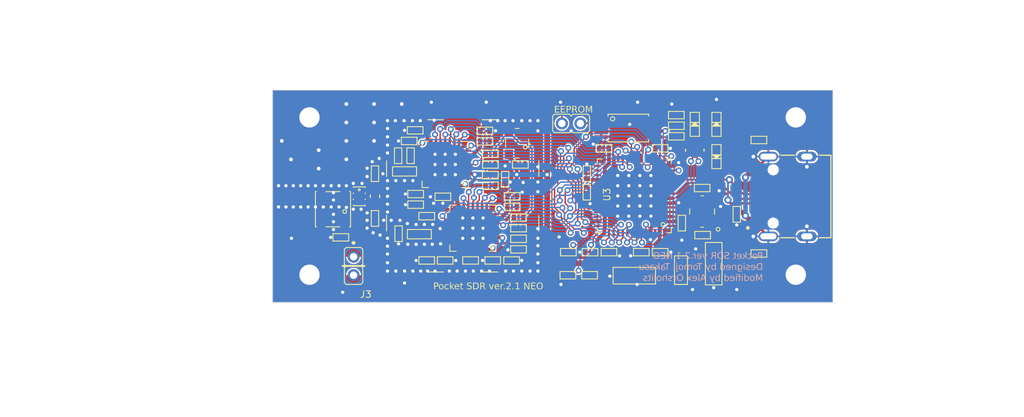
<source format=kicad_pcb>
(kicad_pcb (version 20221018) (generator pcbnew)
  (layers (0 "F.Cu" signal) (31 "B.Cu" signal) (34 "B.Paste" user) (35 "F.Paste" user) (36 "B.SilkS" user "B.Silkscreen") (37 "F.SilkS" user "F.Silkscreen") (38 "B.Mask" user) (39 "F.Mask" user) (44 "Edge.Cuts" user))
  (net 0 "")
  (net 1 "Net-(AR1-P1)")
  (net 2 "Net-(AR1-P3)")
  (net 3 "GND")
  (net 4 "+3.3V")
  (net 5 "/LED1")
  (net 6 "Net-(AR1-P5)")
  (net 7 "/LED2")
  (net 10 "Net-(BIAS_T1-DC)")
  (net 11 "Net-(BIAS_T1-RF&DC)")
  (net 12 "Net-(BIAS_T1-RF)")
  (net 13 "Net-(R13-P$2)")
  (net 14 "Net-(L1-P$1)")
  (net 15 "Net-(R13-P$1)")
  (net 16 "Net-(L3-P$1)")
  (net 17 "Net-(U1-LNAOUT_HI)")
  (net 18 "Net-(U1-MIXIN_HI)")
  (net 19 "Net-(R1-P$1)")
  (net 20 "Net-(R1-P$2)")
  (net 21 "/PLL_CLK")
  (net 22 "Net-(U1-XTAL)")
  (net 23 "Net-(U2-LNAOUT_LO)")
  (net 24 "Net-(U2-MIXIN_LO)")
  (net 25 "Net-(R3-P$1)")
  (net 26 "Net-(R3-P$2)")
  (net 27 "Net-(U2-XTAL)")
  (net 28 "Net-(U3-XTALOUT)")
  (net 29 "Net-(U3-XTALIN)")
  (net 30 "/RESET")
  (net 31 "/+5V")
  (net 32 "Net-(J1-P2)")
  (net 33 "Net-(L1-P$2)")
  (net 34 "Net-(L3-P$2)")
  (net 35 "Net-(R2-P$1)")
  (net 36 "Net-(R4-P$1)")
  (net 37 "Net-(R5-P$1)")
  (net 38 "Net-(R6-P$1)")
  (net 39 "Net-(R7-P$1)")
  (net 40 "Net-(R8-P$1)")
  (net 41 "Net-(R10-P$1)")
  (net 42 "/DCLK")
  (net 43 "/SDATA")
  (net 44 "/SCLK")
  (net 45 "/CSN_A")
  (net 46 "/Q1_A")
  (net 47 "/Q0_A")
  (net 48 "/I0_A")
  (net 49 "/I1_A")
  (net 52 "/LOCK_A")
  (net 56 "/CSN_B")
  (net 57 "/Q1_B")
  (net 58 "/Q0_B")
  (net 59 "/I0_B")
  (net 60 "/I1_B")
  (net 63 "/LOCK_B")
  (net 76 "Net-(J2-CC1)")
  (net 77 "Net-(J2-DP1)")
  (net 78 "Net-(J2-DN1)")
  (net 80 "Net-(J2-CC2)")
  (footprint "pocket_sdr_v2.1:C1005" (layer "F.Cu") (at 137.7074 111.9536 180)
    (fp_text reference "C33" hide)
    (fp_text value "100pF" hide)
  )
  (footprint "pocket_sdr_v2.1:C1005" (layer "F.Cu") (at 173.7063 111.2)
    (fp_text reference "R11" hide)
    (fp_text value "5.1K" hide)
  )
  (footprint "pocket_sdr_v2.1:LED_1608" (layer "F.Cu") (at 169.1074 97.2036 90)
    (fp_text reference "LED2" hide)
    (fp_text value "LED1608 BLUE" hide)
  )
  (footprint "pocket_sdr_v2.1:C1005" (layer "F.Cu") (at 146.9574 105.0036)
    (fp_text reference "C36" hide)
    (fp_text value "100pF" hide)
  )
  (footprint "pocket_sdr_v2.1:C1005" (layer "F.Cu") (at 142.4574 111.9536)
    (fp_text reference "C9" hide)
    (fp_text value "470pF" hide)
  )
  (footprint "pocket_sdr_v2.1:C1005" (layer "F.Cu") (at 144.0074 99.0536)
    (fp_text reference "C17" hide)
    (fp_text value "0.1uF" hide)
  )
  (footprint "pocket_sdr_v2.1:C1608" (layer "F.Cu") (at 136.9074 109.1036)
    (fp_text reference "L3" hide)
    (fp_text value "8.4nH" hide)
  )
  (footprint "pocket_sdr_v2.1:C1005" (layer "F.Cu") (at 136.5074 105.9036 180)
    (fp_text reference "C32" hide)
    (fp_text value "100pF" hide)
  )
  (footprint "pocket_sdr_v2.1:C1005" (layer "F.Cu") (at 173.7063 98.9)
    (fp_text reference "R12" hide)
    (fp_text value "5.1K" hide)
  )
  (footprint "pocket_sdr_v2.1:TSSOP_8P" (layer "F.Cu") (at 159.5574 97.6036 -90)
    (fp_text reference "U4" hide)
    (fp_text value "AT24C128C 8-TSSOP" hide)
  )
  (footprint "pocket_sdr_v2.1:RF_DIV" (layer "F.Cu") (at 130.4 105 90)
    (fp_text reference "RF_DIVIDER1" hide)
    (fp_text value "PD0922J5050S2HF" hide)
  )
  (footprint "pocket_sdr_v2.1:BMI-S-202" (layer "F.Cu") (at 141.6063 104.955)
    (fp_text reference "RF-SHEILD-CASE1" hide)
    (fp_text value "BMI-S-202-F BMI-S-202-C" hide)
  )
  (footprint "pocket_sdr_v2.1:CPAD_2.2MM" (layer "F.Cu") (at 125.0011 113.5)
    (fp_text reference "U$54" hide)
    (fp_text value "CPAD_2.2MM" hide)
  )
  (footprint "pocket_sdr_v2.1:C1005" (layer "F.Cu") (at 144.6074 102.7036 180)
    (fp_text reference "R1" hide)
    (fp_text value "15K" hide)
  )
  (footprint "pocket_sdr_v2.1:C1005" (layer "F.Cu") (at 147.6574 110.7536 180)
    (fp_text reference "C10" hide)
    (fp_text value "750pF" hide)
  )
  (footprint "pocket_sdr_v2.1:C1005" (layer "F.Cu") (at 146.2074 103.1536 -90)
    (fp_text reference "C6" hide)
    (fp_text value "750pF" hide)
  )
  (footprint "pocket_sdr_v2.1:C1608" (layer "F.Cu") (at 135.3074 102.3036)
    (fp_text reference "L1" hide)
    (fp_text value "5.6nH" hide)
  )
  (footprint "pocket_sdr_v2.1:C1005" (layer "F.Cu") (at 137.7074 107.1536 180)
    (fp_text reference "R4" hide)
    (fp_text value "10K" hide)
  )
  (footprint "pocket_sdr_v2.1:C1005" (layer "F.Cu") (at 157.4574 111.0536)
    (fp_text reference "C27" hide)
    (fp_text value "0.1uF" hide)
  )
  (footprint "pocket_sdr_v2.1:C1005" (layer "F.Cu") (at 155.0574 102.5536 90)
    (fp_text reference "C29" hide)
    (fp_text value "100pF" hide)
  )
  (footprint "pocket_sdr_v2.1:PINH-2MM-2P" (layer "F.Cu") (at 129.78 112.55 180)
    (fp_text reference "J3")
    (fp_text value "PIN HEADER 2MM 2P" hide)
  )
  (footprint "pocket_sdr_v2.1:C1005" (layer "F.Cu") (at 134.6074 100.6036 -90)
    (fp_text reference "C2" hide)
    (fp_text value "1.7pF" hide)
  )
  (footprint "pocket_sdr_v2.1:LED_1608" (layer "F.Cu") (at 166.7574 97.2036 90)
    (fp_text reference "LED3" hide)
    (fp_text value "LED1608 BLUE" hide)
  )
  (footprint "pocket_sdr_v2.1:LED_1608" (layer "F.Cu") (at 169.1074 100.7036 -90)
    (fp_text reference "LED1" hide)
    (fp_text value "LED1608 GREEN" hide)
  )
  (footprint "pocket_sdr_v2.1:C3225" (layer "F.Cu") (at 160.2074 113.6036 -90)
    (fp_text reference "C24" hide)
    (fp_text value "10uF" hide)
  )
  (footprint "pocket_sdr_v2.1:C1005" (layer "F.Cu") (at 160.9574 111.0536 180)
    (fp_text reference "C37" hide)
    (fp_text value "0.1uF" hide)
  )
  (footprint "pocket_sdr_v2.1:C1005" (layer "F.Cu") (at 144.8574 111.9536 180)
    (fp_text reference "C35" hide)
    (fp_text value "0.1uF" hide)
  )
  (footprint "pocket_sdr_v2.1:C1005" (layer "F.Cu") (at 146.9074 111.9536)
    (fp_text reference "C18" hide)
    (fp_text value "100pF" hide)
  )
  (footprint "pocket_sdr_v2.1:C1005" (layer "F.Cu") (at 147.6574 108.4536)
    (fp_text reference "C11" hide)
    (fp_text value "15pF" hide)
  )
  (footprint "pocket_sdr_v2.1:C1005" (layer "F.Cu") (at 132.1 107.4 -90)
    (fp_text reference "C3" hide)
    (fp_text value "470pF" hide)
  )
  (footprint "pocket_sdr_v2.1:C3225" (layer "F.Cu") (at 168.8074 112.3036)
    (fp_text reference "C22" hide)
    (fp_text value "10uF" hide)
  )
  (footprint "pocket_sdr_v2.1:C1005" (layer "F.Cu") (at 146.9574 106.1536)
    (fp_text reference "C38" hide)
    (fp_text value "0.1uF" hide)
  )
  (footprint "pocket_sdr_v2.1:C1005" (layer "F.Cu") (at 132.1 102.55 90)
    (fp_text reference "C1" hide)
    (fp_text value "470pF" hide)
  )
  (footprint "pocket_sdr_v2.1:C1005" (layer "F.Cu") (at 153.0574 111.0536 180)
    (fp_text reference "R8" hide)
    (fp_text value "10K" hide)
  )
  (footprint "pocket_sdr_v2.1:C1005" (layer "F.Cu") (at 147.6574 107.3036 180)
    (fp_text reference "C12" hide)
    (fp_text value "0.01uF" hide)
  )
  (footprint "pocket_sdr_v2.1:CPAD_2.2MM" (layer "F.Cu") (at 177.7063 113.5)
    (fp_text reference "U$58" hide)
    (fp_text value "CPAD_2.2MM" hide)
  )
  (footprint "pocket_sdr_v2.1:TQFN28" (layer "F.Cu") (at 142.7074 108.4536 90)
    (fp_text reference "U2" hide)
    (fp_text value "MAX2771" hide)
  )
  (footprint "pocket_sdr_v2.1:C1005" (layer "F.Cu") (at 144.6074 100.4036 180)
    (fp_text reference "C8" hide)
    (fp_text value "0.01uF" hide)
  )
  (footprint "pocket_sdr_v2.1:PINH-2MM-2P" (layer "F.Cu") (at 153.3574 97.1036 -90)
    (fp_text reference "J1" hide)
    (fp_text value "PIN HEADER 2MM 2P" hide)
  )
  (footprint "pocket_sdr_v2.1:C1005" (layer "F.Cu") (at 136.4574 97.8536 180)
    (fp_text reference "C30" hide)
    (fp_text value "0.1uF" hide)
  )
  (footprint "pocket_sdr_v2.1:C1005" (layer "F.Cu") (at 136.5074 104.7536 180)
    (fp_text reference "C31" hide)
    (fp_text value "0.1uF" hide)
  )
  (footprint "pocket_sdr_v2.1:C1005" (layer "F.Cu") (at 144.6074 103.8536)
    (fp_text reference "C16" hide)
    (fp_text value "0.1uF" hide)
  )
  (footprint "pocket_sdr_v2.1:TCXO" (layer "F.Cu") (at 147.5063 99.25 90)
    (fp_text reference "TCXO1" hide)
    (fp_text value "24.000 MHz" hide)
  )
  (footprint "pocket_sdr_v2.1:QFN56" (layer "F.Cu") (at 160.2074 104.9536 90)
    (fp_text reference "U3" hide)
    (fp_text value "EZ-USB FX2LP CY7C6813A-56TXC" hide)
  )
  (footprint "pocket_sdr_v2.1:EXB28V" (layer "F.Cu") (at 166.7574 100.0036 180)
    (fp_text reference "AR1" hide)
    (fp_text value "1K x 4" hide)
  )
  (footprint "pocket_sdr_v2.1:C1005" (layer "F.Cu") (at 167.5574 104.1036 180)
    (fp_text reference "C20" hide)
    (fp_text value "12pF" hide)
  )
  (footprint "pocket_sdr_v2.1:SOT23" (layer "F.Cu") (at 165.2574 113.0036 90)
    (fp_text reference "U5" hide)
    (fp_text value "LDO 3.3V 500mA SOT23-5" hide)
  )
  (footprint "pocket_sdr_v2.1:C1005" (layer "F.Cu") (at 164.7574 97.3536)
    (fp_text reference "R5" hide)
    (fp_text value "2.2K" hide)
  )
  (footprint "pocket_sdr_v2.1:C1005" (layer "F.Cu") (at 147.6574 109.6036 180)
    (fp_text reference "R3" hide)
    (fp_text value "15K" hide)
  )
  (footprint "pocket_sdr_v2.1:C1005" (layer "F.Cu") (at 139.7074 111.9536)
    (fp_text reference "C34" hide)
    (fp_text value "0.1uF" hide)
  )
  (footprint "pocket_sdr_v2.1:C1005" (layer "F.Cu") (at 164.7574 96.2036)
    (fp_text reference "C28" hide)
    (fp_text value "0.1uF" hide)
  )
  (footprint "pocket_sdr_v2.1:C1005" (layer "F.Cu") (at 134.6574 109.0536 -90)
    (fp_text reference "C4" hide)
    (fp_text value "1.1pF" hide)
  )
  (footprint "pocket_sdr_v2.1:C1005" (layer "F.Cu") (at 155.4074 111.0536 180)
    (fp_text reference "C41" hide)
    (fp_text value "100pF" hide)
  )
  (footprint "pocket_sdr_v2.1:C1005" (layer "F.Cu") (at 144.0074 97.9036)
    (fp_text reference "C39" hide)
    (fp_text value "100pF" hide)
  )
  (footprint "pocket_sdr_v2.1:TQFN28" (layer "F.Cu") (at 139.7074 101.5536 90)
    (fp_text reference "U1" hide)
    (fp_text value "MAX2771" hide)
  )
  (footprint "pocket_sdr_v2.1:C1005" (layer "F.Cu") (at 155.0574 104.5536 90)
    (fp_text reference "R10" hide)
    (fp_text value "10K" hide)
  )
  (footprint "RFLibrary:MICROSMD175F2" (layer "F.Cu") (at 129.78 112.55 -90)
    (fp_text reference "F1" hide)
    (fp_text value "MICROSMD010F-2" hide)
  )
  (footprint "pocket_sdr_v2.1:BIAS_T" (layer "F.Cu") (at 127.55 106.403 180)
    (fp_text reference "BIAS_T1" hide)
    (fp_text value "TCBT-2R5G+" hide)
  )
  (footprint "pocket_sdr_v2.1:C1005" (layer "F.Cu") (at 155.3574 113.5536)
    (fp_text reference "R9" hide)
    (fp_text value "100K" hide)
  )
  (footprint "pocket_sdr_v2.1:C1005" (layer "F.Cu") (at 163.0074 111.0536)
    (fp_text reference "C40" hide)
    (fp_text value "100pF" hide)
  )
  (footprint "pocket_sdr_v2.1:C1005" (layer "F.Cu") (at 171.3074 106.9536 -90)
    (fp_text reference "C23" hide)
    (fp_text value "0.1uF" hide)
  )
  (footprint "pocket_sdr_v2.1:CPAD_2.2MM" (layer "F.Cu") (at 125.0011 96.45)
    (fp_text reference "U$53" hide)
    (fp_text value "CPAD_2.2MM" hide)
  )
  (footprint "pocket_sdr_v2.1:C1005" (layer "F.Cu") (at 164.7574 98.5036)
    (fp_text reference "R7" hide)
    (fp_text value "2.2K" hide)
  )
  (footprint "pocket_sdr_v2.1:C1005" (layer "F.Cu") (at 139.4574 105.0536)
    (fp_text reference "C5" hide)
    (fp_text value "470pF" hide)
  )
  (footprint "pocket_sdr_v2.1:C1005" (layer "F.Cu") (at 167.6074 109.2036)
    (fp_text reference "C19" hide)
    (fp_text value "12pF" hide)
  )
  (footprint "pocket_sdr_v2.1:C1005" (layer "F.Cu") (at 165.3574 107.9036 90)
    (fp_text reference "R6" hide)
    (fp_text value "10K" hide)
  )
  (footprint "pocket_sdr_v2.1:C1005" (layer "F.Cu") (at 163.0074 99.8036)
    (fp_text reference "C26" hide)
    (fp_text value "0.1uF" hide)
  )
  (footprint "pocket_sdr_v2.1:XTAL_SMD" (layer "F.Cu") (at 167.5563 106.65 90)
    (fp_text reference "XTAL1" hide)
    (fp_text value "24MHz SMD 12pF" hide)
  )
  (footprint "pocket_sdr_v2.1:C1005" (layer "F.Cu") (at 135.8074 99.0036 180)
    (fp_text reference "C42" hide)
    (fp_text value "100pF" hide)
  )
  (footprint "RFLibrary:HRO_TYPE-C-31-M-12" (layer "F.Cu") (at 178.9063 105.02 90)
    (fp_text reference "J2" hide)
    (fp_text value "TYPE-C-31-M-12" hide)
  )
  (footprint "pocket_sdr_v2.1:CPAD_2.2MM" (layer "F.Cu") (at 177.7063 96.45)
    (fp_text reference "U$55" hide)
    (fp_text value "CPAD_2.2MM" hide)
  )
  (footprint "Capacitor_SMD:C_0603_1608Metric" (layer "F.Cu") (at 132.1054 104.9912 90)
    (fp_text reference "R13" hide)
    (fp_text value "100Ohm" hide)
  )
  (footprint "pocket_sdr_v2.1:SMA-ANG" (layer "F.Cu") (at 119.4011 105.0036 90)
    (fp_text reference "J4" hide)
    (fp_text value "SMA JACK EDGE MNT" hide)
  )
  (footprint "pocket_sdr_v2.1:C1005" (layer "F.Cu") (at 147.8574 101.5536)
    (fp_text reference "C13" hide)
    (fp_text value "0.1uF" hide)
  )
  (footprint "pocket_sdr_v2.1:C1005" (layer "F.Cu") (at 144.6074 101.5536)
    (fp_text reference "C7" hide)
    (fp_text value "15pF" hide)
  )
  (footprint "pocket_sdr_v2.1:C1005" (layer "F.Cu") (at 156.9074 99.8036 180)
    (fp_text reference "C25" hide)
    (fp_text value "0.1uF" hide)
  )
  (footprint "pocket_sdr_v2.1:C1005" (layer "F.Cu") (at 153.0074 113.5536 180)
    (fp_text reference "C21" hide)
    (fp_text value "1uF" hide)
  )
  (footprint "pocket_sdr_v2.1:C1005" (layer "F.Cu") (at 128.4011 109.4536)
    (fp_text reference "C14" hide)
    (fp_text value "0.01uF" hide)
  )
  (footprint "pocket_sdr_v2.1:C1005" (layer "F.Cu") (at 135.9574 100.6036 90)
    (fp_text reference "R2" hide)
    (fp_text value "10K" hide)
  )
  (gr_line (start 181.7063 93.5) (end 181.7063 116.5) (stroke (width 0.05)) (layer "Edge.Cuts"))
  (gr_line (start 121.0011 93.5) (end 181.7063 93.5) (stroke (width 0.05)) (layer "Edge.Cuts"))
  (gr_line (start 181.7063 116.5) (end 121.0011 116.5) (stroke (width 0.05)) (layer "Edge.Cuts"))
  (gr_line (start 121.0011 116.5) (end 121.0011 93.5) (stroke (width 0.05)) (layer "Edge.Cuts"))
  (gr_text "Pocket SDR ver.2.1 NEO\nDesigned by Tomoji Takasu\nModified by Alex Orsholits" (at 174.1563 114.3) (layer "B.SilkS") (effects (font (size 0.715264 0.715264) (thickness 0.097536)) (justify left bottom mirror)))
  (gr_text "U3" (at 157.6574 105.6036 90) (layer "F.SilkS") (effects (font (size 0.715264 0.715264) (thickness 0.097536)) (justify left bottom)))
  (gr_text "Pocket SDR ver.2.1 NEO" (at 138.4063 115.2) (layer "F.SilkS") (effects (font (size 0.715264 0.715264) (thickness 0.097536)) (justify left bottom)))
  (gr_text "EEPROM" (at 151.5063 96.05) (layer "F.SilkS") (effects (font (size 0.715264 0.715264) (thickness 0.097536)) (justify left bottom)))
  (segment (start 167.5574 99.5036) (end 168.0074 99.5036) (width 0.1524) (layer "F.Cu") (net 1))
  (segment (start 168.4074 99.9036) (end 169.1074 99.9036) (width 0.1524) (layer "F.Cu") (net 1))
  (segment (start 168.4074 99.9036) (end 168.0074 99.5036) (width 0.1524) (layer "F.Cu") (net 1))
  (segment (start 167.0074 99.5036) (end 167.0074 99.3036) (width 0.1524) (layer "F.Cu") (net 2))
  (segment (start 167.3574 98.9536) (end 167.0074 99.3036) (width 0.1524) (layer "F.Cu") (net 2))
  (segment (start 168.1574 98.9536) (end 167.3574 98.9536) (width 0.1524) (layer "F.Cu") (net 2))
  (segment (start 169.1074 98.0036) (end 168.1574 98.9536) (width 0.1524) (layer "F.Cu") (net 2))
  (segment (start 173.1063 109.4) (end 173.1563 109.35) (width 0.25) (layer "F.Cu") (net 3))
  (segment (start 173.8113 101.77) (end 173.8113 101.405) (width 0.25) (layer "F.Cu") (net 3))
  (segment (start 140.9074 101.0536) (end 140.5574 100.7036) (width 0.25) (layer "F.Cu") (net 3))
  (segment (start 173.1063 100.7) (end 173.2563 100.7) (width 0.25) (layer "F.Cu") (net 3))
  (segment (start 171.4738 108.27) (end 171.3074 108.1036) (width 0.25) (layer "F.Cu") (net 3))
  (segment (start 173.1563 109.35) (end 173.1063 109.35) (width 0.25) (layer "F.Cu") (net 3))
  (segment (start 142.0474 101.0536) (end 140.9074 101.0536) (width 0.25) (layer "F.Cu") (net 3))
  (segment (start 138.7074 102.5536) (end 138.8574 102.4036) (width 0.25) (layer "F.Cu") (net 3))
  (segment (start 173.8113 108.27) (end 173.8113 108.425) (width 0.25) (layer "F.Cu") (net 3))
  (segment (start 173.8113 101.77) (end 173.8113 101.615) (width 0.25) (layer "F.Cu") (net 3))
  (segment (start 140.2074 102.7536) (end 140.5574 102.4036) (width 0.25) (layer "F.Cu") (net 3))
  (segment (start 173.1063 109.35) (end 173.1063 109.4) (width 0.25) (layer "F.Cu") (net 3))
  (segment (start 145.3074 103.6536) (end 146.2074 103.6536) (width 0.4064) (layer "F.Cu") (net 3))
  (segment (start 173.1663 109.34) (end 173.1563 109.35) (width 0.25) (layer "F.Cu") (net 3))
  (segment (start 142.7074 110.7936) (end 142.7074 109.5536) (width 0.25) (layer "F.Cu") (net 3))
  (segment (start 173.8113 101.615) (end 174.7263 100.7) (width 0.25) (layer "F.Cu") (net 3))
  (segment (start 173.8113 108.425) (end 174.7263 109.34) (width 0.25) (layer "F.Cu") (net 3))
  (segment (start 173.8113 101.77) (end 169.3738 101.77) (width 0.25) (layer "F.Cu") (net 3))
  (segment (start 173.8113 108.27) (end 173.8113 108.645) (width 0.25) (layer "F.Cu") (net 3))
  (segment (start 169.3738 101.77) (end 169.1074 101.5036) (width 0.25) (layer "F.Cu") (net 3))
  (segment (start 145.1074 103.8536) (end 145.3074 103.6536) (width 0.4064) (layer "F.Cu") (net 3))
  (segment (start 140.2074 103.8936) (end 140.2074 102.7536) (width 0.25) (layer "F.Cu") (net 3))
  (segment (start 173.8113 108.27) (end 171.4738 108.27) (width 0.25) (layer "F.Cu") (net 3))
  (segment (start 173.8113 101.405) (end 173.1063 100.7) (width 0.25) (layer "F.Cu") (net 3))
  (segment (start 173.8113 108.645) (end 173.1063 109.35) (width 0.25) (layer "F.Cu") (net 3))
  (segment (start 137.3674 102.5536) (end 138.7074 102.5536) (width 0.25) (layer "F.Cu") (net 3))
  (via (at 143.6574 113.1036) (size 0.6548) (drill 0.35) (layers "F.Cu" "B.Cu") (net 3))
  (via (at 139.2074 110.1536) (size 0.6548) (drill 0.35) (layers "F.Cu" "B.Cu") (net 3))
  (via (at 139.4574 105.7536) (size 0.6548) (drill 0.35) (layers "F.Cu" "B.Cu") (net 3))
  (via (at 165.0074 101.3536) (size 0.6548) (drill 0.35) (layers "F.Cu" "B.Cu") (net 3))
  (via (at 168.8074 114.9036) (size 0.6548) (drill 0.35) (layers "F.Cu" "B.Cu") (net 3))
  (via (at 130.7 103.6) (size 0.6548) (drill 0.35) (layers "F.Cu" "B.Cu") (net 3))
  (via (at 178.9063 101.8) (size 0.8) (drill 0.4) (layers "F.Cu" "B.Cu") (net 3))
  (via (at 137.4574 108.0536) (size 0.6548) (drill 0.35) (layers "F.Cu" "B.Cu") (net 3))
  (via (at 124.0511 106.1536) (size 0.6548) (drill 0.35) (layers "F.Cu" "B.Cu") (net 3))
  (via (at 149.7574 101.8036) (size 0.6548) (drill 0.35) (layers "F.Cu" "B.Cu") (net 3))
  (via (at 138.1074 105.0536) (size 0.6548) (drill 0.35) (layers "F.Cu" "B.Cu") (net 3))
  (via (at 135.4074 104.7536) (size 0.6548) (drill 0.35) (layers "F.Cu" "B.Cu") (net 3))
  (via (at 142.7574 113.1036) (size 0.6548) (drill 0.35) (layers "F.Cu" "B.Cu") (net 3))
  (via (at 140.8574 111.9536) (size 0.6548) (drill 0.35) (layers "F.Cu" "B.Cu") (net 3))
  (via (at 125.6511 103.8536) (size 0.6548) (drill 0.35) (layers "F.Cu" "B.Cu") (net 3))
  (via (at 136.1574 96.8036) (size 0.6548) (drill 0.35) (layers "F.Cu" "B.Cu") (net 3))
  (via (at 131.25 102.8536) (size 0.6548) (drill 0.35) (layers "F.Cu" "B.Cu") (net 3))
  (via (at 149.7574 103.4536) (size 0.6548) (drill 0.35) (layers "F.Cu" "B.Cu") (net 3))
  (via (at 138.6074 113.1036) (size 0.6548) (drill 0.35) (layers "F.Cu" "B.Cu") (net 3))
  (via (at 146.2074 96.8036) (size 0.6548) (drill 0.35) (layers "F.Cu" "B.Cu") (net 3))
  (via (at 121.6511 106.1536) (size 0.6548) (drill 0.35) (layers "F.Cu" "B.Cu") (net 3))
  (via (at 132 99) (size 0.8) (drill 0.4) (layers "F.Cu" "B.Cu") (net 3))
  (via (at 160.5074 114.5536) (size 0.6548) (drill 0.35) (layers "F.Cu" "B.Cu") (net 3))
  (via (at 129.0011 106.2036) (size 0.6548) (drill 0.35) (layers "F.Cu" "B.Cu") (net 3))
  (via (at 135 95) (size 0.8) (drill 0.4) (layers "F.Cu" "B.Cu") (net 3))
  (via (at 169.4063 104.4) (size 0.6548) (drill 0.35) (layers "F.Cu" "B.Cu") (net 3))
  (via (at 133.4574 99.4536) (size 0.6548) (drill 0.35) (layers "F.Cu" "B.Cu") (net 3))
  (via (at 137.8074 113.1036) (size 0.6548) (drill 0.35) (layers "F.Cu" "B.Cu") (net 3))
  (via (at 126 100) (size 0.8) (drill 0.4) (layers "F.Cu" "B.Cu") (net 3))
  (via (at 123.2511 106.1536) (size 0.6548) (drill 0.35) (layers "F.Cu" "B.Cu") (net 3))
  (via (at 153.3574 97.9036) (size 0.6548) (drill 0.35) (layers "F.Cu" "B.Cu") (net 3))
  (via (at 122 99) (size 0.8) (drill 0.4) (layers "F.Cu" "B.Cu") (net 3))
  (via (at 123 101) (size 0.8) (drill 0.4) (layers "F.Cu" "B.Cu") (net 3))
  (via (at 152.0574 109.4036) (size 0.6548) (drill 0.35) (layers "F.Cu" "B.Cu") (net 3))
  (via (at 164.1574 111.0536) (size 0.6548) (drill 0.35) (layers "F.Cu" "B.Cu") (net 3))
  (via (at 144.1574 94.8036) (size 0.6548) (drill 0.35) (layers "F.Cu" "B.Cu") (net 3))
  (via (at 148.1574 103.5036) (size 0.6548) (drill 0.35) (layers "F.Cu" "B.Cu") (net 3))
  (via (at 145.1574 97.9036) (size 0.6548) (drill 0.35) (layers "F.Cu" "B.Cu") (net 3))
  (via (at 148.0074 96.8036) (size 0.6548) (drill 0.35) (layers "F.Cu" "B.Cu") (net 3))
  (via (at 173.1063 100.7) (size 0.8) (drill 0.4) (layers "F.Cu" "B.Cu") (net 3))
  (via (at 131.9 108.95) (size 0.6548) (drill 0.35) (layers "F.Cu" "B.Cu") (net 3))
  (via (at 165.3563 109.75) (size 0.6548) (drill 0.35) (layers "F.Cu" "B.Cu") (net 3))
  (via (at 166.5074 115.1036) (size 0.6548) (drill 0.35) (layers "F.Cu" "B.Cu") (net 3))
  (via (at 169.5563 106.1) (size 0.6548) (drill 0.35) (layers "F.Cu" "B.Cu") (net 3))
  (via (at 128.2011 103.8536) (size 0.6548) (drill 0.35) (layers "F.Cu" "B.Cu") (net 3))
  (via (at 166.8574 110.7036) (size 0.6548) (drill 0.35) (layers "F.Cu" "B.Cu") (net 3))
  (via (at 147.0574 96.8036) (size 0.6548) (drill 0.35) (layers "F.Cu" "B.Cu") (net 3))
  (via (at 133.4574 113.1036) (size 0.6548) (drill 0.35) (layers "F.Cu" "B.Cu") (net 3))
  (via (at 135.3 114.4) (size 0.6548) (drill 0.35) (layers "F.Cu" "B.Cu") (net 3))
  (via (at 132.65 109.2) (size 0.6548) (drill 0.35) (layers "F.Cu" "B.Cu") (net 3))
  (via (at 132 97) (size 0.8) (drill 0.4) (layers "F.Cu" "B.Cu") (net 3))
  (via (at 133.4574 96.8036) (size 0.6548) (drill 0.35) (layers "F.Cu" "B.Cu") (net 3))
  (via (at 173.1063 109.35) (size 0.8) (drill 0.4) (layers "F.Cu" "B.Cu") (net 3))
  (via (at 148.9074 113.1036) (size 0.6548) (drill 0.35) (layers "F.Cu" "B.Cu") (net 3))
  (via (at 138.2074 94.8036) (size 0.6548) (drill 0.35) (layers "F.Cu" "B.Cu") (net 3))
  (via (at 135.3074 103.3036) (size 0.6548) (drill 0.35) (layers "F.Cu" "B.Cu") (net 3))
  (via (at 164.2574 95.0036) (size 0.6548) (drill 0.35) (layers "F.Cu" "B.Cu") (net 3))
  (via (at 129.7511 103.6) (size 0.6548) (drill 0.35) (layers "F.Cu" "B.Cu") (net 3))
  (via (at 129 99) (size 0.8) (drill 0.4) (layers "F.Cu" "B.Cu") (net 3))
  (via (at 133.0452 107.5944) (size 0.6548) (drill 0.35) (layers "F.Cu" "B.Cu") (net 3))
  (via (at 129 97) (size 0.8) (drill 0.4) (layers "F.Cu" "B.Cu") (net 3))
  (via (at 149.7574 110.3536) (size 0.6548) (drill 0.35) (layers "F.Cu" "B.Cu") (net 3))
  (via (at 152.2074 94.8036) (size 0.6548) (drill 0.35) (layers "F.Cu" "B.Cu") (net 3))
  (via (at 171.3074 115.1036) (size 0.6548) (drill 0.35) (layers "F.Cu" "B.Cu") (net 3))
  (via (at 155.0574 101.5036) (size 0.6548) (drill 0.35) (layers "F.Cu" "B.Cu") (net 3))
  (via (at 146.2574 113.1036) (size 0.6548) (drill 0.35) (layers "F.Cu" "B.Cu") (net 3))
  (via (at 123.2511 103.8536) (size 0.6548) (drill 0.35) (layers "F.Cu" "B.Cu") (net 3))
  (via (at 133.4574 112.2036) (size 0.6548) (drill 0.35) (layers "F.Cu" "B.Cu") (net 3))
  (via (at 131.8 101.25) (size 0.6548) (drill 0.35) (layers "F.Cu" "B.Cu") (net 3))
  (via (at 135.6574 110.2036) (size 0.6548) (drill 0.35) (layers "F.Cu" "B.Cu") (net 3))
  (via (at 127.6011 107.7536) (size 0.6548) (drill 0.35) (layers "F.Cu" "B.Cu") (net 3))
  (via (at 133.4574 109.5536) (size 0.6548) (drill 0.35) (layers "F.Cu" "B.Cu") (net 3))
  (via (at 127.3011 109.4536) (size 0.6548) (drill 0.35) (layers "F.Cu" "B.Cu") (net 3))
  (via (at 146.7574 103.4536) (size 0.6548) (drill 0.35) (layers "F.Cu" "B.Cu") (net 3))
  (via (at 129 95) (size 0.8) (drill 0.4) (layers "F.Cu" "B.Cu") (net 3))
  (via (at 159.8074 111.4536) (size 0.6548) (drill 0.35) (layers "F.Cu" "B.Cu") (net 3))
  (via (at 171.3074 108.1036) (size 0.6548) (drill 0.35) (layers "F.Cu" "B.Cu") (net 3))
  (via (at 146.2074 101.7036) (size 0.6548) (drill 0.35) (layers "F.Cu" "B.Cu") (net 3))
  (via (at 148.9074 96.8036) (size 0.6548) (drill 0.35) (layers "F.Cu" "B.Cu") (net 3))
  (via (at 133.8574 107.6036) (size 0.6548) (drill 0.35) (layers "F.Cu" "B.Cu") (net 3))
  (via (at 138.3074 110.2036) (size 0.6548) (drill 0.35) (layers "F.Cu" "B.Cu") (net 3))
  (via (at 136.2074 113.1036) (size 0.6548) (drill 0.35) (layers "F.Cu" "B.Cu") (net 3))
  (via (at 154.3074 111.0536) (size 0.6548) (drill 0.35) (layers "F.Cu" "B.Cu") (net 3))
  (via (at 137.4574 110.2036) (size 0.6548) (drill 0.35) (layers "F.Cu" "B.Cu") (net 3))
  (via (at 133.4574 103.3036) (size 0.6548) (drill 0.35) (layers "F.Cu" "B.Cu") (net 3))
  (via (at 149.7574 97.9036) (size 0.6548) (drill 0.35) (layers "F.Cu" "B.Cu") (net 3))
  (via (at 133.4574 106.7036) (size 0.6548) (drill 0.35) (layers "F.Cu" "B.Cu") (net 3))
  (via (at 141.9074 113.1036) (size 0.6548) (drill 0.35) (layers "F.Cu" "B.Cu") (net 3))
  (via (at 141.0074 113.1036) (size 0.6548) (drill 0.35) (layers "F.Cu" "B.Cu") (net 3))
  (via (at 127.3511 103.8536) (size 0.6548) (drill 0.35) (layers "F.Cu" "B.Cu") (net 3))
  (via (at 149.7574 112.2036) (size 0.6548) (drill 0.35) (layers "F.Cu" "B.Cu") (net 3))
  (via (at 133.4574 100.3036) (size 0.6548) (drill 0.35) (layers "F.Cu" "B.Cu") (net 3))
  (via (at 121.6511 103.8536) (size 0.6548) (drill 0.35) (layers "F.Cu" "B.Cu") (net 3))
  (via (at 155.7574 99.3536) (size 0.6548) (drill 0.35) (layers "F.Cu" "B.Cu") (net 3))
  (via (at 144.5074 113.1036) (size 0.6548) (drill 0.35) (layers "F.Cu" "B.Cu") (net 3))
  (via (at 157.5574 113.6536) (size 0.6548) (drill 0.35) (layers "F.Cu" "B.Cu") (net 3))
  (via (at 135.4074 105.9036) (size 0.6548) (drill 0.35) (layers "F.Cu" "B.Cu") (net 3))
  (via (at 159.7074 97.2036) (size 0.6548) (drill 0.35) (layers "F.Cu" "B.Cu") (net 3))
  (via (at 138.5074 96.7536) (size 0.6548) (drill 0.35) (layers "F.Cu" "B.Cu") (net 3))
  (via (at 125.6511 106.1536) (size 0.6548) (drill 0.35) (layers "F.Cu" "B.Cu") (net 3))
  (via (at 129 101) (size 0.8) (drill 0.4) (layers "F.Cu" "B.Cu") (net 3))
  (via (at 123.0511 109.5536) (size 0.6548) (drill 0.35) (layers "F.Cu" "B.Cu") (net 3))
  (via (at 139.1574 108.5036) (size 0.6548) (drill 0.35) (layers "F.Cu" "B.Cu") (net 3))
  (via (at 127.6011 105.4036) (size 0.6548) (drill 0.35) (layers "F.Cu" "B.Cu") (net 3))
  (via (at 126 102) (size 0.8) (drill 0.4) (layers "F.Cu" "B.Cu") (net 3))
  (via (at 164.1074 99.8036) (size 0.6548) (drill 0.35) (layers "F.Cu" "B.Cu") (net 3))
  (via (at 134.6574 99.0036) (size 0.6548) (drill 0.35) (layers "F.Cu" "B.Cu") (net 3))
  (via (at 148.0574 104.5536) (size 0.6548) (drill 0.35) (layers "F.Cu" "B.Cu") (net 3))
  (via (at 126.5011 103.8536) (size 0.6548) (drill 0.35) (layers "F.Cu" "B.Cu") (net 3))
  (via (at 133.4574 98.5536) (size 0.6548) (drill 0.35) (layers "F.Cu" "B.Cu") (net 3))
  (via (at 135.3074 97.8536) (size 0.6548) (drill 0.35) (layers "F.Cu" "B.Cu") (net 3))
  (via (at 133.4574 104.1536) (size 0.6548) (drill 0.35) (layers "F.Cu" "B.Cu") (net 3))
  (via (at 161.9574 109.7036) (size 0.6548) (drill 0.35) (layers "F.Cu" "B.Cu") (net 3))
  (via (at 158.6074 111.4536) (size 0.6548) (drill 0.35) (layers "F.Cu" "B.Cu") (net 3))
  (via (at 129.7511 106.4) (size 0.6548) (drill 0.35) (layers "F.Cu" "B.Cu") (net 3))
  (via (at 133.4574 97.6536) (size 0.6548) (drill 0.35) (layers "F.Cu" "B.Cu") (net 3))
  (via (at 134.6574 110.1536) (size 0.6548) (drill 0.35) (layers "F.Cu" "B.Cu") (net 3))
  (via (at 131.25 107.6) (size 0.6548) (drill 0.35) (layers "F.Cu" "B.Cu") (net 3))
  (via (at 137.0074 96.8036) (size 0.6548) (drill 0.35) (layers "F.Cu" "B.Cu") (net 3))
  (via (at 165.0074 105.7036) (size 0.6548) (drill 0.35) (layers "F.Cu" "B.Cu") (net 3))
  (via (at 132.55 100.9) (size 0.6548) (drill 0.35) (layers "F.Cu" "B.Cu") (net 3))
  (via (at 169.1063 94.5) (size 0.6548) (drill 0.35) (layers "F.Cu" "B.Cu") (net 3))
  (via (at 128.6 115.4) (size 0.6548) (drill 0.35) (layers "F.Cu" "B.Cu") (net 3))
  (via (at 135.2574 96.8036) (size 0.6548) (drill 0.35) (layers "F.Cu" "B.Cu") (net 3))
  (via (at 134.3074 96.8036) (size 0.6548) (drill 0.35) (layers "F.Cu" "B.Cu") (net 3))
  (via (at 132.9582 102.5536) (size 0.6548) (drill 0.35) (layers "F.Cu" "B.Cu") (net 3))
  (via (at 128.2011 106.1536) (size 0.6548) (drill 0.35) (layers "F.Cu" "B.Cu") (net 3))
  (via (at 160.5574 94.8036) (size 0.6548) (drill 0.35) (layers "F.Cu" "B.Cu") (net 3))
  (via (at 133.4574 111.2536) (size 0.6548) (drill 0.35) (layers "F.Cu" "B.Cu") (net 3))
  (via (at 134.8074 107.6036) (size 0.6548) (drill 0.35) (layers "F.Cu" "B.Cu") (net 3))
  (via (at 138.3574 108.0536) (size 0.6548) (drill 0.35) (layers "F.Cu" "B.Cu") (net 3))
  (via (at 149.7574 96.8036) (size 0.6548) (drill 0.35) (layers "F.Cu" "B.Cu") (net 3))
  (via (at 124.8511 103.8536) (size 0.6548) (drill 0.35) (layers "F.Cu" "B.Cu") (net 3))
  (via (at 127.6011 106.9536) (size 0.6548) (drill 0.35) (layers "F.Cu" "B.Cu") (net 3))
  (via (at 134.3574 113.1036) (size 0.6548) (drill 0.35) (layers "F.Cu" "B.Cu") (net 3))
  (via (at 127.6011 104.6036) (size 0.6548) (drill 0.35) (layers "F.Cu" "B.Cu") (net 3))
  (via (at 127.6011 108.6036) (size 0.6548) (drill 0.35) (layers "F.Cu" "B.Cu") (net 3))
  (via (at 148.0074 111.9536) (size 0.6548) (drill 0.35) (layers "F.Cu" "B.Cu") (net 3))
  (via (at 126.5011 106.1536) (size 0.6548) (drill 0.35) (layers "F.Cu" "B.Cu") (net 3))
  (via (at 148.0074 113.1036) (size 0.6548) (drill 0.35) (layers "F.Cu" "B.Cu") (net 3))
  (via (at 152.2574 114.5536) (size 0.6548) (drill 0.35) (layers "F.Cu" "B.Cu") (net 3))
  (via (at 138.4574 105.7536) (size 0.6548) (drill 0.35) (layers "F.Cu" "B.Cu") (net 3))
  (via (at 133.4574 105.0036) (size 0.6548) (drill 0.35) (layers "F.Cu" "B.Cu") (net 3))
  (via (at 144.6074 96.8036) (size 0.6548) (drill 0.35) (layers "F.Cu" "B.Cu") (net 3))
  (via (at 131.25 108.45) (size 0.6548) (drill 0.35) (layers "F.Cu" "B.Cu") (net 3))
  (via (at 130.6 106.4) (size 0.6548) (drill 0.35) (layers "F.Cu" "B.Cu") (net 3))
  (via (at 131.25 106.8) (size 0.6548) (drill 0.35) (layers "F.Cu" "B.Cu") (net 3))
  (via (at 127.3511 106.1536) (size 0.6548) (drill 0.35) (layers "F.Cu" "B.Cu") (net 3))
  (via (at 149.7574 104.5036) (size 0.6548) (drill 0.35) (layers "F.Cu" "B.Cu") (net 3))
  (via (at 136.2074 103.3036) (size 0.6548) (drill 0.35) (layers "F.Cu" "B.Cu") (net 3))
  (via (at 135.6074 107.9536) (size 0.6548) (drill 0.35) (layers "F.Cu" "B.Cu") (net 3))
  (via (at 136.5574 108.0536) (size 0.6548) (drill 0.35) (layers "F.Cu" "B.Cu") (net 3))
  (via (at 143.7574 111.9536) (size 0.6548) (drill 0.35) (layers "F.Cu" "B.Cu") (net 3))
  (via (at 155.4074 105.8036) (size 0.6548) (drill 0.35) (layers "F.Cu" "B.Cu") (net 3))
  (via (at 129.0011 103.8536) (size 0.6548) (drill 0.35) (layers "F.Cu" "B.Cu") (net 3))
  (via (at 133.4574 110.4036) (size 0.6548) (drill 0.35) (layers "F.Cu" "B.Cu") (net 3))
  (via (at 131.25 101.9536) (size 0.6548) (drill 0.35) (layers "F.Cu" "B.Cu") (net 3))
  (via (at 124.8511 106.1536) (size 0.6548) (drill 0.35) (layers "F.Cu" "B.Cu") (net 3))
  (via (at 178.9063 108.25) (size 0.8) (drill 0.4) (layers "F.Cu" "B.Cu") (net 3))
  (via (at 132 95) (size 0.8) (drill 0.4) (layers "F.Cu" "B.Cu") (net 3))
  (via (at 140.1574 113.1036) (size 0.6548) (drill 0.35) (layers "F.Cu" "B.Cu") (net 3))
  (via (at 149.7574 111.2536) (size 0.6548) (drill 0.35) (layers "F.Cu" "B.Cu") (net 3))
  (via (at 137.0574 113.1036) (size 0.6548) (drill 0.35) (layers "F.Cu" "B.Cu") (net 3))
  (via (at 146.5074 110.8036) (size 0.6548) (drill 0.35) (layers "F.Cu" "B.Cu") (net 3))
  (via (at 134.3574 103.3036) (size 0.6548) (drill 0.35) (layers "F.Cu" "B.Cu") (net 3))
  (via (at 133.4574 105.8536) (size 0.6548) (drill 0.35) (layers "F.Cu" "B.Cu") (net 3))
  (via (at 145.4074 96.8036) (size 0.6548) (drill 0.35) (layers "F.Cu" "B.Cu") (net 3))
  (via (at 149.7574 109.5536) (size 0.6548) (drill 0.35) (layers "F.Cu" "B.Cu") (net 3))
  (via (at 136.5574 110.2036) (size 0.6548) (drill 0.35) (layers "F.Cu" "B.Cu") (net 3))
  (via (at 135.3074 113.1036) (size 0.6548) (drill 0.35) (layers "F.Cu" "B.Cu") (net 3))
  (via (at 149.7574 108.5036) (size 0.6548) (drill 0.35) (layers "F.Cu" "B.Cu") (net 3))
  (via (at 149.7574 113.1036) (size 0.6548) (drill 0.35) (layers "F.Cu" "B.Cu") (net 3))
  (via (at 147.1074 113.1036) (size 0.6548) (drill 0.35) (layers "F.Cu" "B.Cu") (net 3))
  (via (at 122.4511 103.8536) (size 0.6548) (drill 0.35) (layers "F.Cu" "B.Cu") (net 3))
  (via (at 124.0511 103.8536) (size 0.6548) (drill 0.35) (layers "F.Cu" "B.Cu") (net 3))
  (via (at 122.4511 106.1536) (size 0.6548) (drill 0.35) (layers "F.Cu" "B.Cu") (net 3))
  (via (at 136.5574 111.9536) (size 0.6548) (drill 0.35) (layers "F.Cu" "B.Cu") (net 3))
  (segment (start 137.0074 104.7536) (end 137.0074 105.9036) (width 0.4064) (layer "F.Cu") (net 4))
  (segment (start 162.9574 108.9536) (end 162.9574 109.7036) (width 0.4064) (layer "F.Cu") (net 4))
  (segment (start 147.3574 101.5536) (end 147.3574 101.5036) (width 0.4064) (layer "F.Cu") (net 4))
  (segment (start 161.8074 111.0536) (end 162.5074 111.0536) (width 0.6096) (layer "F.Cu") (net 4))
  (segment (start 156.2074 109.7036) (end 156.2074 111.0036) (width 0.4064) (layer "F.Cu") (net 4))
  (segment (start 141.0074 106.1136) (end 141.2074 106.1136) (width 0.4064) (layer "F.Cu") (net 4))
  (segment (start 150.7574 102.6536) (end 150.7574 112.2536) (width 0.6096) (layer "F.Cu") (net 4))
  (segment (start 152.5574 111.0536) (end 152.5574 112.2536) (width 0.1524) (layer "F.Cu") (net 4))
  (segment (start 145.9074 109.5096) (end 145.8514 109.4536) (width 0.4064) (layer "F.Cu") (net 4))
  (segment (start 143.9074 95.8536) (end 137.8074 95.8536) (width 0.6096) (layer "F.Cu") (net 4))
  (segment (start 145.6574 107.4536) (end 146.4574 106.6536) (width 0.4064) (layer "F.Cu") (net 4))
  (segment (start 150.7574 112.2536) (end 150.7574 114.0642) (width 0.6096) (layer "F.Cu") (net 4))
  (segment (start 165.2574 99.7036) (end 165.5574 100.0036) (width 0.1524) (layer "F.Cu") (net 4))
  (segment (start 144.081121 103.827322) (end 144.1074 103.8536) (width 0.4064) (layer "F.Cu") (net 4))
  (segment (start 137.8074 97.8536) (end 136.9574 97.8536) (width 0.4064) (layer "F.Cu") (net 4))
  (segment (start 139.3074 112.0536) (end 139.3074 114.0642) (width 0.4064) (layer "F.Cu") (net 4))
  (segment (start 157.4574 101.5036) (end 157.4574 100.9536) (width 0.4064) (layer "F.Cu") (net 4))
  (segment (start 157.0074 101.9536) (end 157.0074 103.2036) (width 0.4064) (layer "F.Cu") (net 4))
  (segment (start 156.2074 111.0536) (end 156.9574 111.0536) (width 0.4064) (layer "F.Cu") (net 4))
  (segment (start 156.9574 108.425707) (end 156.9574 108.9536) (width 0.4064) (layer "F.Cu") (net 4))
  (segment (start 145.3574 111.9536) (end 145.3574 114.0642) (width 0.4064) (layer "F.Cu") (net 4))
  (segment (start 162.5074 110.1536) (end 162.5074 111.0536) (width 0.4064) (layer "F.Cu") (net 4))
  (segment (start 164.2074 103.2036) (end 163.4074 103.2036) (width 0.4064) (layer "F.Cu") (net 4))
  (segment (start 157.0074 108.375707) (end 156.9574 108.425707) (width 0.4064) (layer "F.Cu") (net 4))
  (segment (start 162.5074 96.6286) (end 162.5074 95.9036) (width 0.4064) (layer "F.Cu") (net 4))
  (segment (start 150.7574 112.2536) (end 152.5574 112.2536) (width 0.6096) (layer "F.Cu") (net 4))
  (segment (start 139.2074 111.9536) (end 139.2074 111.8036) (width 0.4064) (layer "F.Cu") (net 4))
  (segment (start 156.2074 111.0536) (end 156.2074 112.0036) (width 0.4064) (layer "F.Cu") (net 4))
  (segment (start 165.2574 98.5036) (end 165.2574 99.7036) (width 0.1524) (layer "F.Cu") (net 4))
  (segment (start 136.3074 99.0036) (end 136.9574 98.3536) (width 0.4064) (layer "F.Cu") (net 4))
  (segment (start 141.2074 110.7936) (end 141.1994 110.7936) (width 0.3048) (layer "F.Cu") (net 4))
  (segment (start 163.4074 105.2036) (end 163.4074 107.2036) (width 0.4064) (layer "F.Cu") (net 4))
  (segment (start 163.4074 102.431494) (end 163.4074 103.2036) (width 0.4064) (layer "F.Cu") (net 4))
  (segment (start 163.4574 107.2036) (end 164.2074 107.2036) (width 0.4064) (layer "F.Cu") (net 4))
  (segment (start 137.2074 106.8236) (end 137.5674 106.4636) (width 0.1524) (layer "F.Cu") (net 4))
  (segment (start 155.9574 112.2536) (end 161.8074 112.2536) (width 0.6096) (layer "F.Cu") (net 4))
  (segment (start 157.0074 101.9536) (end 157.4574 101.5036) (width 0.4064) (layer "F.Cu") (net 4))
  (segment (start 147.3574 101.5036) (end 146.6074 100.7536) (width 0.4064) (layer "F.Cu") (net 4))
  (segment (start 137.0074 104.4536) (end 137.0074 104.7536) (width 0.4064) (layer "F.Cu") (net 4))
  (segment (start 147.4574 101.6536) (end 147.4574 102.641832) (width 0.4064) (layer "F.Cu") (net 4))
  (segment (start 139.2074 111.9536) (end 138.2074 111.9536) (width 0.4064) (layer "F.Cu") (net 4))
  (segment (start 162.4574 100.9536) (end 162.4574 99.8536) (width 0.4064) (layer "F.Cu") (net 4))
  (segment (start 163.9074 95.8536) (end 164.2574 96.2036) (width 0.6096) (layer "F.Cu") (net 4))
  (segment (start 143.5074 99.0536) (end 143.5074 99.7036) (width 0.4064) (layer "F.Cu") (net 4))
  (segment (start 162.4574 99.8536) (end 162.5074 99.8036) (width 0.4064) (layer "F.Cu") (net 4))
  (segment (start 137.8074 95.8536) (end 137.8074 97.8536) (width 0.4064) (layer "F.Cu") (net 4))
  (segment (start 162.5074 96.6286) (end 162.5324 96.6036) (width 0.4064) (layer "F.Cu") (net 4))
  (segment (start 145.4074 114.0642) (end 150.7574 114.0642) (width 0.6096) (layer "F.Cu") (net 4))
  (segment (start 137.2074 107.1536) (end 137.2074 106.8236) (width 0.1524) (layer "F.Cu") (net 4))
  (segment (start 162.4574 100.9536) (end 162.4574 101.481494) (width 0.4064) (layer "F.Cu") (net 4))
  (segment (start 165.2574 97.3536) (end 165.2574 97.0536) (width 0.1524) (layer "F.Cu") (net 4))
  (segment (start 137.5674 106.4636) (end 137.0074 105.9036) (width 0.4064) (layer "F.Cu") (net 4))
  (segment (start 136.9574 98.3536) (end 136.9574 98.006725) (width 0.4064) (layer "F.Cu") (net 4))
  (segment (start 161.8074 113.6036) (end 161.8074 112.2536) (width 0.6096) (layer "F.Cu") (net 4))
  (segment (start 165.1574 107.2036) (end 165.3574 107.4036) (width 0.1524) (layer "F.Cu") (net 4))
  (segment (start 157.4574 99.7436) (end 157.4074 99.8036) (width 0.4064) (layer "F.Cu") (net 4))
  (segment (start 141.1994 110.7936) (end 140.2174 110.7936) (width 0.4064) (layer "F.Cu") (net 4))
  (segment (start 162.5074 95.9036) (end 162.5574 95.8536) (width 0.4064) (layer "F.Cu") (net 4))
  (segment (start 142.6574 100.5536) (end 142.0474 100.5536) (width 0.4064) (layer "F.Cu") (net 4))
  (segment (start 145.0474 107.4536) (end 145.6574 107.4536) (width 0.4064) (layer "F.Cu") (net 4))
  (segment (start 147.4574 103.941832) (end 146.4574 104.941832) (width 0.4064) (layer "F.Cu") (net 4))
  (segment (start 140.7074 103.8936) (end 141.0074 104.1936) (width 0.4064) (layer "F.Cu") (net 4))
  (segment (start 147.3574 101.5536) (end 147.4574 101.6536) (width 0.4064) (layer "F.Cu") (net 4))
  (segment (start 162.4574 101.481494) (end 163.4074 102.431494) (width 0.4064) (layer "F.Cu") (net 4))
  (segment (start 141.881121 103.677322) (end 142.031121 103.827322) (width 0.4064) (layer "F.Cu") (net 4))
  (segment (start 144.6074 110.8634) (end 144.8574 110.6134) (width 0.4064) (layer "F.Cu") (net 4))
  (segment (start 145.3904 114.0472) (end 145.4074 114.0642) (width 0.4064) (layer "F.Cu") (net 4))
  (segment (start 136.9574 98.006725) (end 136.9574 97.8536) (width 0.1524) (layer "F.Cu") (net 4))
  (segment (start 141.664843 103.8936) (end 141.2074 103.8936) (width 0.4064) (layer "F.Cu") (net 4))
  (segment (start 165.2574 97.0536) (end 164.4074 96.2036) (width 0.1524) (layer "F.Cu") (net 4))
  (segment (start 162.5074 96.6286) (end 162.9824 96.6286) (width 0.4064) (layer "F.Cu") (net 4))
  (segment (start 165.2574 97.3536) (end 165.2574 98.5036) (width 0.1524) (layer "F.Cu") (net 4))
  (segment (start 155.8574 113.5536) (end 155.8574 112.3536) (width 0.1524) (layer "F.Cu") (net 4))
  (segment (start 156.2074 103.2036) (end 155.2074 103.2036) (width 0.4064) (layer "F.Cu") (net 4))
  (segment (start 150.7574 95.8536) (end 152.3574 95.8536) (width 0.6096) (layer "F.Cu") (net 4))
  (segment (start 152.5574 112.2536) (end 155.9574 112.2536) (width 0.6096) (layer "F.Cu") (net 4))
  (segment (start 137.8074 98.8136) (end 138.2074 99.2136) (width 0.4064) (layer "F.Cu") (net 4))
  (segment (start 156.2074 111.0036) (end 156.2074 111.0536) (width 0.4064) (layer "F.Cu") (net 4))
  (segment (start 141.2074 103.8936) (end 140.7074 103.8936) (width 0.4064) (layer "F.Cu") (net 4))
  (segment (start 163.4074 107.2036) (end 163.4574 107.2036) (width 0.4064) (layer "F.Cu") (net 4))
  (segment (start 138.2074 103.8936) (end 137.5674 103.8936) (width 0.4064) (layer "F.Cu") (net 4))
  (segment (start 146.4574 105.0036) (end 146.4574 106.1536) (width 0.4064) (layer "F.Cu") (net 4))
  (segment (start 163.7574 113.9536) (end 162.1574 113.9536) (width 0.6096) (layer "F.Cu") (net 4))
  (segment (start 145.8514 109.4536) (end 145.0474 109.4536) (width 0.4064) (layer "F.Cu") (net 4))
  (segment (start 143.9074 97.5036) (end 143.9074 95.8536) (width 0.4064) (layer "F.Cu") (net 4))
  (segment (start 141.2074 106.1136) (end 140.9074 106.1136) (width 0.4064) (layer "F.Cu") (net 4))
  (segment (start 165.2574 98.5036) (end 165.3574 98.6036) (width 0.1524) (layer "F.Cu") (net 4))
  (segment (start 161.8074 111.0536) (end 161.8074 112.2536) (width 0.6096) (layer "F.Cu") (net 4))
  (segment (start 167.2074 100.0036) (end 167.5574 100.3536) (width 0.1524) (layer "F.Cu") (net 4))
  (segment (start 143.9074 97.5036) (end 143.5074 97.9036) (width 0.4064) (layer "F.Cu") (net 4))
  (segment (start 156.9574 108.9536) (end 156.2074 109.7036) (width 0.4064) (layer "F.Cu") (net 4))
  (segment (start 163.4074 107.9536) (end 162.9574 108.4036) (width 0.4064) (layer "F.Cu") (net 4))
  (segment (start 143.724 110.7936) (end 144.2074 110.7936) (width 0.4064) (layer "F.Cu") (net 4))
  (segment (start 150.7574 102.6536) (end 150.7574 95.8536) (width 0.6096) (layer "F.Cu") (net 4))
  (segment (start 137.5674 103.8936) (end 137.0074 104.4536) (width 0.4064) (layer "F.Cu") (net 4))
  (segment (start 155.0574 103.3536) (end 155.2074 103.2036) (width 0.1524) (layer "F.Cu") (net 4))
  (segment (start 164.4074 96.2036) (end 164.2574 96.2036) (width 0.1524) (layer "F.Cu") (net 4))
  (segment (start 145.3574 111.9536) (end 146.4074 111.9536) (width 0.4064) (layer "F.Cu") (net 4))
  (segment (start 162.9574 109.7036) (end 162.5074 110.1536) (width 0.4064) (layer "F.Cu") (net 4))
  (segment (start 141.0074 104.1936) (end 141.0074 106.1136) (width 0.4064) (layer "F.Cu") (net 4))
  (segment (start 152.3574 95.8536) (end 162.5574 95.8536) (width 0.6096) (layer "F.Cu") (net 4))
  (segment (start 140.9074 106.1136) (end 140.5574 106.4636) (width 0.4064) (layer "F.Cu") (net 4))
  (segment (start 136.3074 99.0036) (end 135.9574 99.3536) (width 0.1524) (layer "F.Cu") (net 4))
  (segment (start 144.081121 103.827322) (end 142.031121 103.827322) (width 0.4064) (layer "F.Cu") (net 4))
  (segment (start 143.5074 97.9036) (end 143.5074 99.0536) (width 0.4064) (layer "F.Cu") (net 4))
  (segment (start 142.0474 102.5536) (end 142.830937 102.5536) (width 0.4064) (layer "F.Cu") (net 4))
  (segment (start 143.5074 99.7036) (end 142.6574 100.5536) (width 0.4064) (layer "F.Cu") (net 4))
  (segment (start 165.5574 100.0036) (end 167.2074 100.0036) (width 0.1524) (layer "F.Cu") (net 4))
  (segment (start 163.4074 103.2036) (end 163.4074 105.2036) (width 0.4064) (layer "F.Cu") (net 4))
  (segment (start 157.4574 100.9536) (end 157.4574 99.7436) (width 0.4064) (layer "F.Cu") (net 4))
  (segment (start 156.2074 103.2036) (end 157.0074 103.2036) (width 0.4064) (layer "F.Cu") (net 4))
  (segment (start 137.8074 97.8536) (end 137.8074 98.8136) (width 0.4064) (layer "F.Cu") (net 4))
  (segment (start 162.5574 95.8536) (end 163.9074 95.8536) (width 0.6096) (layer "F.Cu") (net 4))
  (segment (start 164.2074 107.2036) (end 165.1574 107.2036) (width 0.1524) (layer "F.Cu") (net 4))
  (segment (start 157.0074 103.2036) (end 157.0074 108.375707) (width 0.4064) (layer "F.Cu") (net 4))
  (segment (start 163.4074 107.2536) (end 163.4074 107.9536) (width 0.4064) (layer "F.Cu") (net 4))
  (segment (start 156.2074 112.0036) (end 155.9574 112.2536) (width 0.4064) (layer "F.Cu") (net 4))
  (segment (start 141.881121 103.677322) (end 141.664843 103.8936) (width 0.4064) (layer "F.Cu") (net 4))
  (segment (start 139.2074 111.8036) (end 140.2174 110.7936) (width 0.4064) (layer "F.Cu") (net 4))
  (segment (start 144.6772 110.7936) (end 144.2074 110.7936) (width 0.4064) (layer "F.Cu") (net 4))
  (segment (start 135.9574 99.3536) (end 135.9574 100.1036) (width 0.1524) (layer "F.Cu") (net 4))
  (segment (start 155.9074 111.0536) (end 155.9574 111.0036) (width 0.4064) (layer "F.Cu") (net 4))
  (segment (start 162.9574 108.4036) (end 162.9574 108.9536) (width 0.4064) (layer "F.Cu") (net 4))
  (segment (start 147.4574 103.941832) (end 147.4574 102.641832) (width 0.4064) (layer "F.Cu") (net 4))
  (segment (start 164.2074 105.2036) (end 163.4074 105.2036) (width 0.4064) (layer "F.Cu") (net 4))
  (segment (start 155.0574 104.0536) (end 155.0574 103.3536) (width 0.1524) (layer "F.Cu") (net 4))
  (segment (start 145.3574 111.9536) (end 145.3574 111.6134) (width 0.4064) (layer "F.Cu") (net 4))
  (segment (start 146.4574 105.0036) (end 146.4574 104.941832) (width 0.4064) (layer "F.Cu") (net 4))
  (segment (start 152.3574 97.1036) (end 152.3574 95.8536) (width 0.1524) (layer "F.Cu") (net 4))
  (segment (start 145.3574 114.0642) (end 139.3074 114.0642) (width 0.6096) (layer "F.Cu") (net 4))
  (segment (start 155.2074 103.2036) (end 155.0574 103.0536) (width 0.4064) (layer "F.Cu") (net 4))
  (segment (start 163.4574 107.2036) (end 163.4074 107.2536) (width 0.4064) (layer "F.Cu") (net 4))
  (segment (start 167.5574 100.3536) (end 167.5574 100.5036) (width 0.1524) (layer "F.Cu") (net 4))
  (segment (start 146.4574 106.6536) (end 146.4574 106.1536) (width 0.4064) (layer "F.Cu") (net 4))
  (segment (start 162.1574 113.9536) (end 161.8074 113.6036) (width 0.6096) (layer "F.Cu") (net 4))
  (segment (start 145.3574 111.6134) (end 144.6074 110.8634) (width 0.4064) (layer "F.Cu") (net 4))
  (segment (start 155.8574 112.3536) (end 155.9574 112.2536) (width 0.1524) (layer "F.Cu") (net 4))
  (segment (start 144.8574 110.6134) (end 144.6772 110.7936) (width 0.4064) (layer "F.Cu") (net 4))
  (segment (start 163.7574 112.0536) (end 163.7574 113.9536) (width 0.5) (layer "F.Cu") (net 4))
  (segment (start 142.830937 102.5536) (end 142.919168 102.641832) (width 0.4064) (layer "F.Cu") (net 4))
  (segment (start 146.6074 100.7536) (end 146.6074 100.4536) (width 0.4064) (layer "F.Cu") (net 4))
  (segment (start 155.9574 111.0036) (end 156.2074 111.0036) (width 0.4064) (layer "F.Cu") (net 4))
  (segment (start 139.2074 111.9536) (end 139.3074 112.0536) (width 0.4064) (layer "F.Cu") (net 4))
  (segment (start 140.5574 106.4636) (end 137.5674 106.4636) (width 0.4064) (layer "F.Cu") (net 4))
  (segment (start 162.5074 111.0536) (end 161.4574 111.0536) (width 0.4064) (layer "F.Cu") (net 4))
  (segment (start 143.7074 110.7936) (end 143.724 110.7936) (width 0.3048) (layer "F.Cu") (net 4))
  (segment (start 143.9074 95.8536) (end 150.7574 95.8536) (width 0.6096) (layer "F.Cu") (net 4))
  (via (at 147.4574 102.641832) (size 0.6548) (drill 0.35) (layers "F.Cu" "B.Cu") (net 4))
  (via (at 142.919168 102.641832) (size 0.6548) (drill 0.35) (layers "F.Cu" "B.Cu") (net 4))
  (via (at 145.9074 109.5096) (size 0.6548) (drill 0.35) (layers "F.Cu" "B.Cu") (net 4))
  (via (at 141.881121 103.677322) (size 0.6548) (drill 0.35) (layers "F.Cu" "B.Cu") (net 4))
  (via (at 144.8574 110.6134) (size 0.6548) (drill 0.35) (layers "F.Cu" "B.Cu") (net 4))
  (via (at 150.7574 102.6536) (size 0.6548) (drill 0.35) (layers "F.Cu" "B.Cu") (net 4))
  (segment (start 142.919168 102.641832) (end 147.4574 102.641832) (width 0.6096) (layer "B.Cu") (net 4))
  (segment (start 150.745631 102.641832) (end 150.7574 102.6536) (width 0.6096) (layer "B.Cu") (net 4))
  (segment (start 142.919168 102.641832) (end 142.919168 103.141832) (width 0.4064) (layer "B.Cu") (net 4))
  (segment (start 147.4574 102.641832) (end 150.745631 102.641832) (width 0.6096) (layer "B.Cu") (net 4))
  (segment (start 142.919168 103.141832) (end 142.383678 103.677322) (width 0.4064) (layer "B.Cu") (net 4))
  (segment (start 145.9074 110.0134) (end 145.3074 110.6134) (width 0.4064) (layer "B.Cu") (net 4))
  (segment (start 145.9074 110.0134) (end 145.9074 109.5096) (width 0.4064) (layer "B.Cu") (net 4))
  (segment (start 144.8574 110.6134) (end 145.3074 110.6134) (width 0.4064) (layer "B.Cu") (net 4))
  (segment (start 142.383678 103.677322) (end 141.881121 103.677322) (width 0.4064) (layer "B.Cu") (net 4))
  (segment (start 160.9574 108.9536) (end 160.9574 109.9286) (width 0.1524) (layer "F.Cu") (net 5))
  (segment (start 167.1574 101.2036) (end 167.0074 101.0536) (width 0.1524) (layer "F.Cu") (net 5))
  (segment (start 167.0074 101.0536) (end 167.0074 100.5036) (width 0.1524) (layer "F.Cu") (net 5))
  (segment (start 161.0324 110.0036) (end 160.9574 109.9286) (width 0.1524) (layer "F.Cu") (net 5))
  (via (at 161.0324 110.0036) (size 0.6548) (drill 0.35) (layers "F.Cu" "B.Cu") (net 5))
  (via (at 167.1574 101.2036) (size 0.6548) (drill 0.35) (layers "F.Cu" "B.Cu") (net 5))
  (segment (start 164.4074 105.4036) (end 166.6574 103.1536) (width 0.1524) (layer "B.Cu") (net 5))
  (segment (start 162.1574 110.3036) (end 164.4074 108.0536) (width 0.1524) (layer "B.Cu") (net 5))
  (segment (start 166.6574 101.7036) (end 166.6574 103.1536) (width 0.1524) (layer "B.Cu") (net 5))
  (segment (start 167.1574 101.2036) (end 166.6574 101.7036) (width 0.1524) (layer "B.Cu") (net 5))
  (segment (start 164.4074 108.0536) (end 164.4074 105.4036) (width 0.1524) (layer "B.Cu") (net 5))
  (segment (start 161.0324 110.0036) (end 161.3324 110.3036) (width 0.1524) (layer "B.Cu") (net 5))
  (segment (start 162.1574 110.3036) (end 161.3324 110.3036) (width 0.1524) (layer "B.Cu") (net 5))
  (segment (start 166.5074 99.2536) (end 166.5074 99.5036) (width 0.1524) (layer "F.Cu") (net 6))
  (segment (start 166.7574 99.0036) (end 166.5074 99.2536) (width 0.1524) (layer "F.Cu") (net 6))
  (segment (start 166.7574 99.0036) (end 166.7574 98.0036) (width 0.1524) (layer "F.Cu") (net 6))
  (segment (start 166.337893 101.187632) (end 166.330631 101.180369) (width 0.1524) (layer "F.Cu") (net 7))
  (segment (start 166.5074 101.0036) (end 166.330631 101.180369) (width 0.1524) (layer "F.Cu") (net 7))
  (segment (start 161.4574 108.0536) (end 161.4574 108.9536) (width 0.1524) (layer "F.Cu") (net 7))
  (segment (start 166.5074 100.5036) (end 166.5074 101.0036) (width 0.1524) (layer "F.Cu") (net 7))
  (via (at 161.4574 108.0536) (size 0.6548) (drill 0.35) (layers "F.Cu" "B.Cu") (net 7))
  (via (at 166.337893 101.187632) (size 0.6548) (drill 0.35) (layers "F.Cu" "B.Cu") (net 7))
  (segment (start 164.0574 105.3036) (end 164.0574 107.9536) (width 0.1524) (layer "B.Cu") (net 7))
  (segment (start 166.337893 103.023107) (end 164.0574 105.3036) (width 0.1524) (layer "B.Cu") (net 7))
  (segment (start 166.337893 101.187632) (end 166.337893 103.023107) (width 0.1524) (layer "B.Cu") (net 7))
  (segment (start 163.4074 108.6036) (end 164.0574 107.9536) (width 0.1524) (layer "B.Cu") (net 7))
  (segment (start 163.4074 108.6036) (end 162.0074 108.6036) (width 0.1524) (layer "B.Cu") (net 7))
  (segment (start 161.4574 108.0536) (end 162.0074 108.6036) (width 0.1524) (layer "B.Cu") (net 7))
  (segment (start 128.8211 107.8006) (end 128.8211 109.3736) (width 0.4064) (layer "F.Cu") (net 10))
  (segment (start 128.8211 109.3736) (end 128.9011 109.4536) (width 0.4064) (layer "F.Cu") (net 10))
  (segment (start 128.9011 109.4536) (end 128.9011 110.1711) (width 0.4064) (layer "F.Cu") (net 10))
  (segment (start 128.9011 110.1711) (end 129.78 111.05) (width 0.4064) (layer "F.Cu") (net 10))
  (segment (start 126.2781 105.0036) (end 126.2811 105.0066) (width 0.8128) (layer "F.Cu") (net 11))
  (segment (start 123.4011 105.0036) (end 126.2781 105.0036) (width 0.8128) (layer "F.Cu") (net 11))
  (segment (start 128.8211 105.0066) (end 128.8241 105.0036) (width 0.508) (layer "F.Cu") (net 12))
  (segment (start 128.8241 105.0036) (end 129.9011 105.0036) (width 0.508) (layer "F.Cu") (net 12))
  (segment (start 132.1054 104.2162) (end 132.1054 103.0554) (width 0.508) (layer "F.Cu") (net 13))
  (segment (start 130.9 104.34) (end 131.9816 104.34) (width 0.508) (layer "F.Cu") (net 13))
  (segment (start 131.9816 104.34) (end 132.1054 104.2162) (width 0.508) (layer "F.Cu") (net 13))
  (segment (start 132.1054 103.0554) (end 132.1 103.05) (width 0.508) (layer "F.Cu") (net 13))
  (segment (start 132.941614 101.6226) (end 132.958386 101.6226) (width 0.508) (layer "F.Cu") (net 14))
  (segment (start 134.6074 101.1036) (end 134.6074 102.2036) (width 0.508) (layer "F.Cu") (net 14))
  (segment (start 133.665493 101.915493) (end 133.760707 102.010707) (width 0.508) (layer "F.Cu") (net 14))
  (segment (start 134.467814 102.3036) (end 134.5074 102.3036) (width 0.508) (layer "F.Cu") (net 14))
  (segment (start 132.1 102.05) (end 132.234507 101.915493) (width 0.508) (layer "F.Cu") (net 14))
  (segment (start 134.6074 102.2036) (end 134.5074 102.3036) (width 0.508) (layer "F.Cu") (net 14))
  (arc (start 134.467814 102.3036) (mid 134.085131 102.22748) (end 133.760707 102.010707) (width 0.508) (layer "F.Cu") (net 14))
  (arc (start 132.234507 101.915493) (mid 132.55893 101.69872) (end 132.941614 101.6226) (width 0.508) (layer "F.Cu") (net 14))
  (arc (start 133.665493 101.915493) (mid 133.34107 101.69872) (end 132.958386 101.6226) (width 0.508) (layer "F.Cu") (net 14))
  (segment (start 130.9 105.66) (end 131.9992 105.66) (width 0.508) (layer "F.Cu") (net 15))
  (segment (start 132.1054 106.8946) (end 132.1 106.9) (width 0.508) (layer "F.Cu") (net 15))
  (segment (start 131.9992 105.66) (end 132.1054 105.7662) (width 0.508) (layer "F.Cu") (net 15))
  (segment (start 132.1054 105.7662) (end 132.1054 106.8946) (width 0.508) (layer "F.Cu") (net 15))
  (segment (start 135.357401 108.853601) (end 135.486745 108.959751) (width 0.508) (layer "F.Cu") (net 16))
  (segment (start 135.486745 108.959751) (end 135.634313 109.038627) (width 0.508) (layer "F.Cu") (net 16))
  (segment (start 135.340243 108.836444) (end 135.3574 108.8536) (width 0.508) (layer "F.Cu") (net 16))
  (segment (start 134.657399 108.5536) (end 134.845796 108.572156) (width 0.508) (layer "F.Cu") (net 16))
  (segment (start 135.960953 109.1036) (end 136.1074 109.1036) (width 0.508) (layer "F.Cu") (net 16))
  (segment (start 134.845796 108.572156) (end 135.026952 108.627109) (width 0.508) (layer "F.Cu") (net 16))
  (segment (start 132.1 107.9) (end 132.167814 107.967814) (width 0.508) (layer "F.Cu") (net 16))
  (segment (start 133.582027 108.5536) (end 134.6574 108.5536) (width 0.508) (layer "F.Cu") (net 16))
  (segment (start 134.6574 108.5536) (end 134.657399 108.5536) (width 0.508) (layer "F.Cu") (net 16))
  (segment (start 135.3574 108.8536) (end 135.357401 108.853601) (width 0.508) (layer "F.Cu") (net 16))
  (segment (start 135.026952 108.627109) (end 135.340243 108.836444) (width 0.508) (layer "F.Cu") (net 16))
  (segment (start 135.634313 109.038627) (end 135.960953 109.1036) (width 0.508) (layer "F.Cu") (net 16))
  (arc (start 132.167814 107.967814) (mid 132.81666 108.401359) (end 133.582027 108.5536) (width 0.508) (layer "F.Cu") (net 16))
  (segment (start 139.2074 103.8936) (end 139.216 103.9022) (width 0.1524) (layer "F.Cu") (net 17))
  (segment (start 138.9574 104.771888) (end 138.9574 105.0536) (width 0.3048) (layer "F.Cu") (net 17))
  (segment (start 139.216 104.513288) (end 138.9574 104.771888) (width 0.3048) (layer "F.Cu") (net 17))
  (segment (start 139.216 103.9022) (end 139.216 104.513288) (width 0.3048) (layer "F.Cu") (net 17))
  (segment (start 139.9574 104.7936) (end 139.7074 104.5436) (width 0.3048) (layer "F.Cu") (net 18))
  (segment (start 139.7074 103.8936) (end 139.7074 104.5436) (width 0.3048) (layer "F.Cu") (net 18))
  (segment (start 139.9574 104.7936) (end 139.9574 105.0536) (width 0.3048) (layer "F.Cu") (net 18))
  (segment (start 145.1074 102.7036) (end 145.1574 102.6536) (width 0.1524) (layer "F.Cu") (net 19))
  (segment (start 145.1574 102.6536) (end 146.2074 102.6536) (width 0.1524) (layer "F.Cu") (net 19))
  (segment (start 143.6074 103.2036) (end 144.1074 102.7036) (width 0.1524) (layer "F.Cu") (net 20))
  (segment (start 144.1074 101.5536) (end 144.1074 102.7036) (width 0.1524) (layer "F.Cu") (net 20))
  (segment (start 142.6474 103.2036) (end 143.6074 103.2036) (width 0.1524) (layer "F.Cu") (net 20))
  (segment (start 142.0474 103.0536) (end 142.4974 103.0536) (width 0.1524) (layer "F.Cu") (net 20))
  (segment (start 142.4974 103.0536) (end 142.6474 103.2036) (width 0.1524) (layer "F.Cu") (net 20))
  (segment (start 146.6074 98.0536) (end 145.8574 98.8036) (width 0.1524) (layer "F.Cu") (net 21))
  (segment (start 149.1074 99.8036) (end 149.1074 106.3536) (width 0.1524) (layer "F.Cu") (net 21))
  (segment (start 149.1074 99.8036) (end 148.5574 99.2536) (width 0.1524) (layer "F.Cu") (net 21))
  (segment (start 148.1574 107.3036) (end 149.1074 106.3536) (width 0.1524) (layer "F.Cu") (net 21))
  (segment (start 148.5574 99.2536) (end 147.8074 99.2536) (width 0.1524) (layer "F.Cu") (net 21))
  (segment (start 145.8574 98.8036) (end 145.8574 99.0036) (width 0.1524) (layer "F.Cu") (net 21))
  (segment (start 146.6074 98.0536) (end 147.8074 99.2536) (width 0.1524) (layer "F.Cu") (net 21))
  (segment (start 145.8574 99.0036) (end 145.1074 99.7536) (width 0.1524) (layer "F.Cu") (net 21))
  (segment (start 145.1074 99.7536) (end 145.1074 100.4036) (width 0.1524) (layer "F.Cu") (net 21))
  (segment (start 143.6074 100.9036) (end 144.1074 100.4036) (width 0.1524) (layer "F.Cu") (net 22))
  (segment (start 142.0474 102.0536) (end 143.1574 102.0536) (width 0.1524) (layer "F.Cu") (net 22))
  (segment (start 143.6074 100.9036) (end 143.6074 101.6036) (width 0.1524) (layer "F.Cu") (net 22))
  (segment (start 143.6074 101.6036) (end 143.1574 102.0536) (width 0.1524) (layer "F.Cu") (net 22))
  (segment (start 141.9574 111.8536) (end 141.7074 111.6036) (width 0.3048) (layer "F.Cu") (net 23))
  (segment (start 141.7074 110.7936) (end 141.7074 111.6036) (width 0.3048) (layer "F.Cu") (net 23))
  (segment (start 141.9574 111.8536) (end 141.9574 111.9536) (width 0.3048) (layer "F.Cu") (net 23))
  (segment (start 142.9574 111.9536) (end 142.9574 111.871888) (width 0.3048) (layer "F.Cu") (net 24))
  (segment (start 143.216 110.8022) (end 143.216 111.613288) (width 0.3048) (layer "F.Cu") (net 24))
  (segment (start 143.2074 110.7936) (end 143.216 110.8022) (width 0.3048) (layer "F.Cu") (net 24))
  (segment (start 143.216 111.613288) (end 142.9574 111.871888) (width 0.3048) (layer "F.Cu") (net 24))
  (segment (start 148.1574 109.6036) (end 148.1574 110.7536) (width 0.1524) (layer "F.Cu") (net 25))
  (segment (start 147.1574 109.6036) (end 146.6574 109.6036) (width 0.1524) (layer "F.Cu") (net 26))
  (segment (start 147.1574 108.4536) (end 147.1574 109.6036) (width 0.1524) (layer "F.Cu") (net 26))
  (segment (start 146.6574 109.6036) (end 146.1074 110.1536) (width 0.1524) (layer "F.Cu") (net 26))
  (segment (start 146.1074 110.1536) (end 145.2474 110.1536) (width 0.1524) (layer "F.Cu") (net 26))
  (segment (start 145.2474 110.1536) (end 145.0474 109.9536) (width 0.1524) (layer "F.Cu") (net 26))
  (segment (start 145.0474 108.9536) (end 146.1074 108.9536) (width 0.1524) (layer "F.Cu") (net 27))
  (segment (start 147.1574 107.3036) (end 146.5574 107.9036) (width 0.1524) (layer "F.Cu") (net 27))
  (segment (start 146.5574 107.9036) (end 146.5574 108.5036) (width 0.1524) (layer "F.Cu") (net 27))
  (segment (start 146.5574 108.5036) (end 146.1074 108.9536) (width 0.1524) (layer "F.Cu") (net 27))
  (segment (start 164.6574 106.7536) (end 167.3574 106.7536) (width 0.1524) (layer "F.Cu") (net 28))
  (segment (start 168.3574 107.7536) (end 168.1074 108.0036) (width 0.2032) (layer "F.Cu") (net 28))
  (segment (start 164.2074 106.7036) (end 164.6074 106.7036) (width 0.1524) (layer "F.Cu") (net 28))
  (segment (start 168.3574 107.7536) (end 167.3574 106.7536) (width 0.1524) (layer "F.Cu") (net 28))
  (segment (start 164.6074 106.7036) (end 164.6574 106.7536) (width 0.1524) (layer "F.Cu") (net 28))
  (segment (start 168.1074 108.0036) (end 168.1074 109.2036) (width 0.2032) (layer "F.Cu") (net 28))
  (segment (start 167.0574 104.1036) (end 167.0574 105.2536) (width 0.2032) (layer "F.Cu") (net 29))
  (segment (start 164.6074 106.2036) (end 164.2074 106.2036) (width 0.1524) (layer "F.Cu") (net 29))
  (segment (start 164.7574 106.3536) (end 164.6074 106.2036) (width 0.1524) (layer "F.Cu") (net 29))
  (segment (start 165.9574 106.3536) (end 164.7574 106.3536) (width 0.1524) (layer "F.Cu") (net 29))
  (segment (start 166.7574 105.5536) (end 167.0574 105.2536) (width 0.2032) (layer "F.Cu") (net 29))
  (segment (start 166.7574 105.5536) (end 165.9574 106.3536) (width 0.1524) (layer "F.Cu") (net 29))
  (segment (start 156.2074 109.0536) (end 155.7574 109.5036) (width 0.1524) (layer "F.Cu") (net 30))
  (segment (start 155.7574 109.5036) (end 155.7574 110.0036) (width 0.1524) (layer "F.Cu") (net 30))
  (segment (start 154.3574 113.0536) (end 154.8574 113.5536) (width 0.1524) (layer "F.Cu") (net 30))
  (segment (start 156.2074 108.2036) (end 156.2074 109.0536) (width 0.1524) (layer "F.Cu") (net 30))
  (segment (start 154.1574 113.0536) (end 153.6574 113.5536) (width 0.1524) (layer "F.Cu") (net 30))
  (segment (start 153.5074 113.5536) (end 153.6574 113.5536) (width 0.1524) (layer "F.Cu") (net 30))
  (segment (start 154.1574 113.0536) (end 154.3574 113.0536) (width 0.1524) (layer "F.Cu") (net 30))
  (segment (start 155.7574 110.0036) (end 155.5074 110.2536) (width 0.1524) (layer "F.Cu") (net 30))
  (via (at 154.1574 113.0536) (size 0.6548) (drill 0.35) (layers "F.Cu" "B.Cu") (net 30))
  (via (at 155.5074 110.2536) (size 0.6548) (drill 0.35) (layers "F.Cu" "B.Cu") (net 30))
  (segment (start 155.5074 110.2536) (end 155.5074 110.7144) (width 0.1524) (layer "B.Cu") (net 30))
  (segment (start 155.5074 110.7144) (end 154.1574 112.0644) (width 0.1524) (layer "B.Cu") (net 30))
  (segment (start 154.1574 113.0536) (end 154.1574 112.0644) (width 0.1524) (layer "B.Cu") (net 30))
  (segment (start 167.4574 112.0536) (end 168.8074 110.7036) (width 0.8128) (layer "F.Cu") (net 31))
  (segment (start 129.78 114.05) (end 130 114.05) (width 0.4064) (layer "F.Cu") (net 31))
  (segment (start 171.5699 106.4536) (end 171.3074 106.4536) (width 0.5) (layer "F.Cu") (net 31))
  (segment (start 165.5074 114.7036) (end 165.5074 113.9536) (width 0.4064) (layer "F.Cu") (net 31))
  (segment (start 166.7574 112.0536) (end 165.6074 112.0536) (width 0.8128) (layer "F.Cu") (net 31))
  (segment (start 165.6074 112.0536) (end 165.5074 112.1536) (width 0.8128) (layer "F.Cu") (net 31))
  (segment (start 171.3074 106.4536) (end 170.5074 106.4536) (width 0.5) (layer "F.Cu") (net 31))
  (segment (start 172.2163 107.1) (end 171.5699 106.4536) (width 0.5) (layer "F.Cu") (net 31))
  (segment (start 173.8113 107.47) (end 172.5863 107.47) (width 0.5) (layer "F.Cu") (net 31))
  (segment (start 166.7574 113.9536) (end 165.5074 113.9536) (width 0.8128) (layer "F.Cu") (net 31))
  (segment (start 172.2563 102.9) (end 172.2563 102.95) (width 0.5) (layer "F.Cu") (net 31))
  (segment (start 169.379308 107.581692) (end 169.379308 110.131692) (width 0.5) (layer "F.Cu") (net 31))
  (segment (start 172.5863 107.47) (end 172.2563 107.14) (width 0.5) (layer "F.Cu") (net 31))
  (segment (start 170.5074 106.4536) (end 169.379308 107.581692) (width 0.5) (layer "F.Cu") (net 31))
  (segment (start 172.2563 107.14) (end 172.2563 107.1) (width 0.5) (layer "F.Cu") (net 31))
  (segment (start 172.2063 102.95) (end 172.3563 102.8) (width 0.5) (layer "F.Cu") (net 31))
  (segment (start 130 114.05) (end 131.2536 115.3036) (width 0.4064) (layer "F.Cu") (net 31))
  (segment (start 165.5074 112.1536) (end 165.5074 113.9536) (width 0.8128) (layer "F.Cu") (net 31))
  (segment (start 172.2563 107.1) (end 172.2163 107.1) (width 0.5) (layer "F.Cu") (net 31))
  (segment (start 172.2563 102.95) (end 172.2063 102.95) (width 0.5) (layer "F.Cu") (net 31))
  (segment (start 166.7574 112.0536) (end 167.4574 112.0536) (width 0.8128) (layer "F.Cu") (net 31))
  (segment (start 172.5863 102.57) (end 172.2563 102.9) (width 0.5) (layer "F.Cu") (net 31))
  (segment (start 173.8113 102.57) (end 172.5863 102.57) (width 0.5) (layer "F.Cu") (net 31))
  (segment (start 164.9074 115.3036) (end 165.5074 114.7036) (width 0.4064) (layer "F.Cu") (net 31))
  (segment (start 131.2536 115.3036) (end 164.9074 115.3036) (width 0.4064) (layer "F.Cu") (net 31))
  (via (at 172.2563 102.95) (size 0.8) (drill 0.4) (layers "F.Cu" "B.Cu") (net 31))
  (via (at 172.2563 107.1) (size 0.8) (drill 0.4) (layers "F.Cu" "B.Cu") (net 31))
  (segment (start 172.2563 102.95) (end 172.2563 107.1) (width 0.5) (layer "B.Cu") (net 31))
  (segment (start 154.3574 97.1036) (end 155.0574 97.1036) (width 0.1524) (layer "F.Cu") (net 32))
  (segment (start 155.0574 97.1036) (end 155.5324 96.6286) (width 0.1524) (layer "F.Cu") (net 32))
  (segment (start 155.5324 96.6286) (end 156.6074 96.6286) (width 0.1524) (layer "F.Cu") (net 32))
  (segment (start 136.6574 102.1036) (end 136.6574 102.1036) (width 0.4064) (layer "F.Cu") (net 33))
  (segment (start 136.778109 102.0536) (end 136.6574 102.1036) (width 0.4064) (layer "F.Cu") (net 33))
  (segment (start 136.6574 102.1036) (end 136.515978 102.212117) (width 0.4064) (layer "F.Cu") (net 33))
  (segment (start 136.351289 102.280333) (end 136.174556 102.3036) (width 0.4064) (layer "F.Cu") (net 33))
  (segment (start 136.174556 102.3036) (end 136.1074 102.3036) (width 0.4064) (layer "F.Cu") (net 33))
  (segment (start 136.515978 102.212117) (end 136.351289 102.280333) (width 0.4064) (layer "F.Cu") (net 33))
  (segment (start 136.778109 102.0536) (end 136.778109 102.0536) (width 0.4064) (layer "F.Cu") (net 33))
  (segment (start 137.3674 102.0536) (end 136.778109 102.0536) (width 0.4064) (layer "F.Cu") (net 33))
  (segment (start 139.013466 109.384987) (end 139.136982 109.436149) (width 0.4064) (layer "F.Cu") (net 34))
  (segment (start 138.601289 109.126867) (end 138.765978 109.195084) (width 0.4064) (layer "F.Cu") (net 34))
  (segment (start 139.269531 109.4536) (end 140.3674 109.4536) (width 0.4064) (layer "F.Cu") (net 34))
  (segment (start 138.9074 109.303601) (end 139.013466 109.384987) (width 0.4064) (layer "F.Cu") (net 34))
  (segment (start 138.424556 109.1036) (end 138.424555 109.1036) (width 0.4064) (layer "F.Cu") (net 34))
  (segment (start 138.765978 109.195084) (end 138.9074 109.3036) (width 0.4064) (layer "F.Cu") (net 34))
  (segment (start 138.424555 109.1036) (end 138.601289 109.126867) (width 0.4064) (layer "F.Cu") (net 34))
  (segment (start 138.9074 109.3036) (end 138.9074 109.303601) (width 0.4064) (layer "F.Cu") (net 34))
  (segment (start 137.7074 109.1036) (end 138.424556 109.1036) (width 0.4064) (layer "F.Cu") (net 34))
  (segment (start 139.136982 109.436149) (end 139.269531 109.4536) (width 0.4064) (layer "F.Cu") (net 34))
  (segment (start 136.4574 101.1036) (end 136.9074 101.5536) (width 0.1524) (layer "F.Cu") (net 35))
  (segment (start 136.9074 101.5536) (end 137.3674 101.5536) (width 0.1524) (layer "F.Cu") (net 35))
  (segment (start 135.9574 101.1036) (end 136.4574 101.1036) (width 0.1524) (layer "F.Cu") (net 35))
  (segment (start 138.2074 107.1536) (end 138.593706 107.1536) (width 0.1524) (layer "F.Cu") (net 36))
  (segment (start 140.3674 108.4536) (end 139.893706 108.4536) (width 0.1524) (layer "F.Cu") (net 36))
  (segment (start 138.593706 107.1536) (end 139.893706 108.4536) (width 0.1524) (layer "F.Cu") (net 36))
  (segment (start 163.5574 97.9286) (end 162.5074 97.9286) (width 0.1524) (layer "F.Cu") (net 37))
  (segment (start 164.1574 97.3536) (end 164.2574 97.3536) (width 0.1524) (layer "F.Cu") (net 37))
  (segment (start 163.5824 97.9286) (end 163.5574 97.9286) (width 0.1524) (layer "F.Cu") (net 37))
  (segment (start 164.1574 97.3536) (end 163.5824 97.9286) (width 0.1524) (layer "F.Cu") (net 37))
  (segment (start 163.4574 100.9536) (end 163.9074 100.9536) (width 0.1524) (layer "F.Cu") (net 37))
  (segment (start 163.9074 100.9536) (end 164.2074 100.6536) (width 0.1524) (layer "F.Cu") (net 37))
  (via (at 163.5574 97.9286) (size 0.6548) (drill 0.35) (layers "F.Cu" "B.Cu") (net 37))
  (via (at 164.2074 100.6536) (size 0.6548) (drill 0.35) (layers "F.Cu" "B.Cu") (net 37))
  (segment (start 163.3574 99.622544) (end 163.3574 98.1286) (width 0.1524) (layer "B.Cu") (net 37))
  (segment (start 163.3622 100.277344) (end 163.3622 99.627344) (width 0.1524) (layer "B.Cu") (net 37))
  (segment (start 163.7574 100.6536) (end 163.747928 100.663072) (width 0.1524) (layer "B.Cu") (net 37))
  (segment (start 163.3622 99.627344) (end 163.3574 99.622544) (width 0.1524) (layer "B.Cu") (net 37))
  (segment (start 164.2074 100.6536) (end 163.7574 100.6536) (width 0.1524) (layer "B.Cu") (net 37))
  (segment (start 163.5574 97.9286) (end 163.3574 98.1286) (width 0.1524) (layer "B.Cu") (net 37))
  (segment (start 163.747928 100.663072) (end 163.3622 100.277344) (width 0.1524) (layer "B.Cu") (net 37))
  (segment (start 164.9574 108.4036) (end 164.7574 108.2036) (width 0.1524) (layer "F.Cu") (net 38))
  (segment (start 164.2074 108.2036) (end 164.7574 108.2036) (width 0.1524) (layer "F.Cu") (net 38))
  (segment (start 164.9574 108.4036) (end 165.3574 108.4036) (width 0.1524) (layer "F.Cu") (net 38))
  (segment (start 164.1824 98.5786) (end 164.2574 98.5036) (width 0.1524) (layer "F.Cu") (net 39))
  (segment (start 162.5074 98.5786) (end 164.1824 98.5786) (width 0.1524) (layer "F.Cu") (net 39))
  (segment (start 162.5074 98.5786) (end 162.9074 98.5786) (width 0.1524) (layer "F.Cu") (net 39))
  (segment (start 162.9574 100.4036) (end 163.0074 100.3536) (width 0.1524) (layer "F.Cu") (net 39))
  (segment (start 163.0074 98.6786) (end 162.9074 98.5786) (width 0.1524) (layer "F.Cu") (net 39))
  (segment (start 162.9574 100.9536) (end 162.9574 100.4036) (width 0.1524) (layer "F.Cu") (net 39))
  (segment (start 163.0074 100.3536) (end 163.0074 98.6786) (width 0.1524) (layer "F.Cu") (net 39))
  (segment (start 153.5824 110.2786) (end 153.5824 110.9286) (width 0.1524) (layer "F.Cu") (net 40))
  (segment (start 157.4574 108.9536) (end 157.4574 109.4536) (width 0.1524) (layer "F.Cu") (net 40))
  (segment (start 153.5824 110.9286) (end 153.5574 110.9536) (width 0.1524) (layer "F.Cu") (net 40))
  (segment (start 157.4574 109.4536) (end 156.9074 110.0036) (width 0.1524) (layer "F.Cu") (net 40))
  (segment (start 153.5574 110.9536) (end 153.5574 111.0536) (width 0.1524) (layer "F.Cu") (net 40))
  (via (at 153.5824 110.2786) (size 0.6548) (drill 0.35) (layers "F.Cu" "B.Cu") (net 40))
  (via (at 156.9074 110.0036) (size 0.6548) (drill 0.35) (layers "F.Cu" "B.Cu") (net 40))
  (segment (start 156.9074 110.0036) (end 156.5074 109.6036) (width 0.1524) (layer "B.Cu") (net 40))
  (segment (start 154.2074 110.3036) (end 154.1824 110.2786) (width 0.1524) (layer "B.Cu") (net 40))
  (segment (start 155.787706 109.3976) (end 155.1134 109.3976) (width 0.1524) (layer "B.Cu") (net 40))
  (segment (start 155.993706 109.6036) (end 155.787706 109.3976) (width 0.1524) (layer "B.Cu") (net 40))
  (segment (start 154.1824 110.2786) (end 153.5824 110.2786) (width 0.1524) (layer "B.Cu") (net 40))
  (segment (start 156.5074 109.6036) (end 155.993706 109.6036) (width 0.1524) (layer "B.Cu") (net 40))
  (segment (start 155.1134 109.3976) (end 154.2074 110.3036) (width 0.1524) (layer "B.Cu") (net 40))
  (segment (start 154.8074 105.3036) (end 155.0574 105.0536) (width 0.1524) (layer "F.Cu") (net 41))
  (segment (start 155.177093 106.3596) (end 154.8074 105.989907) (width 0.1524) (layer "F.Cu") (net 41))
  (segment (start 155.8074 106.2036) (end 155.6514 106.3596) (width 0.1524) (layer "F.Cu") (net 41))
  (segment (start 155.8074 106.2036) (end 156.2074 106.2036) (width 0.1524) (layer "F.Cu") (net 41))
  (segment (start 155.6514 106.3596) (end 155.177093 106.3596) (width 0.1524) (layer "F.Cu") (net 41))
  (segment (start 154.8074 105.989907) (end 154.8074 105.3036) (width 0.1524) (layer "F.Cu") (net 41))
  (segment (start 154.953178 98.557822) (end 153.6742 99.8368) (width 0.1524) (layer "F.Cu") (net 42))
  (segment (start 154.961621 98.557822) (end 154.953178 98.557822) (width 0.1524) (layer "F.Cu") (net 42))
  (segment (start 153.6574 101.3536) (end 153.6574 101.132307) (width 0.1524) (layer "F.Cu") (net 42))
  (segment (start 154.073531 107.961282) (end 154.073531 106.761282) (width 0.1524) (layer "F.Cu") (net 42))
  (segment (start 153.215093 102.0476) (end 153.215093 101.795907) (width 0.1524) (layer "F.Cu") (net 42))
  (segment (start 165.0074 102.2036) (end 164.7574 102.2036) (width 0.1524) (layer "F.Cu") (net 42))
  (segment (start 164.7574 102.2036) (end 164.7538 102.2) (width 0.1524) (layer "F.Cu") (net 42))
  (segment (start 145.9904 108.1238) (end 145.8202 107.9536) (width 0.1524) (layer "F.Cu") (net 42))
  (segment (start 153.215093 101.795907) (end 153.6574 101.3536) (width 0.1524) (layer "F.Cu") (net 42))
  (segment (start 142.0474 101.5536) (end 142.8074 101.5536) (width 0.1524) (layer "F.Cu") (net 42))
  (segment (start 154.169506 103.365707) (end 154.169506 106.665307) (width 0.1524) (layer "F.Cu") (net 42))
  (segment (start 153.215093 102.411294) (end 154.169506 103.365707) (width 0.1524) (layer "F.Cu") (net 42))
  (segment (start 153.215093 102.411294) (end 153.215093 102.0476) (width 0.1524) (layer "F.Cu") (net 42))
  (segment (start 164.7538 102.2) (end 164.211 102.2) (width 0.1524) (layer "F.Cu") (net 42))
  (segment (start 153.6742 101.115507) (end 153.6742 99.8368) (width 0.1524) (layer "F.Cu") (net 42))
  (segment (start 142.8074 101.5536) (end 143.0074 101.3536) (width 0.1524) (layer "F.Cu") (net 42))
  (segment (start 153.6574 101.132307) (end 153.6742 101.115507) (width 0.1524) (layer "F.Cu") (net 42))
  (segment (start 145.8202 107.9536) (end 145.0474 107.9536) (width 0.1524) (layer "F.Cu") (net 42))
  (segment (start 164.2074 102.2036) (end 164.211 102.2) (width 0.1524) (layer "F.Cu") (net 42))
  (segment (start 154.169506 106.665307) (end 154.073531 106.761282) (width 0.1524) (layer "F.Cu") (net 42))
  (via (at 143.0074 101.3536) (size 0.6548) (drill 0.35) (layers "F.Cu" "B.Cu") (net 42))
  (via (at 153.215093 102.0476) (size 0.6548) (drill 0.35) (layers "F.Cu" "B.Cu") (net 42))
  (via (at 154.961621 98.557822) (size 0.6548) (drill 0.35) (layers "F.Cu" "B.Cu") (net 42))
  (via (at 165.0074 102.2036) (size 0.6548) (drill 0.35) (layers "F.Cu" "B.Cu") (net 42))
  (via (at 154.073531 107.961282) (size 0.6548) (drill 0.35) (layers "F.Cu" "B.Cu") (net 42))
  (via (at 145.9904 108.1238) (size 0.6548) (drill 0.35) (layers "F.Cu" "B.Cu") (net 42))
  (segment (start 165.0074 102.2036) (end 164.7574 102.2036) (width 0.1524) (layer "B.Cu") (net 42))
  (segment (start 153.215093 102.0476) (end 153.165093 102.0476) (width 0.1524) (layer "B.Cu") (net 42))
  (segment (start 151.4872 108.6536) (end 152.7574 108.6536) (width 0.1524) (layer "B.Cu") (net 42))
  (segment (start 150.7574 107.9238) (end 146.1904 107.9238) (width 0.1524) (layer "B.Cu") (net 42))
  (segment (start 153.165093 102.0476) (end 152.915093 101.7976) (width 0.1524) (layer "B.Cu") (net 42))
  (segment (start 152.7574 108.6536) (end 153.2574 108.1536) (width 0.1524) (layer "B.Cu") (net 42))
  (segment (start 160.8974 98.3536) (end 160.9074 98.3536) (width 0.1524) (layer "B.Cu") (net 42))
  (segment (start 164.7574 102.2036) (end 160.9074 98.3536) (width 0.1524) (layer "B.Cu") (net 42))
  (segment (start 151.121093 101.1036) (end 143.2574 101.1036) (width 0.1524) (layer "B.Cu") (net 42))
  (segment (start 150.7574 107.9238) (end 151.4872 108.6536) (width 0.1524) (layer "B.Cu") (net 42))
  (segment (start 153.2574 108.1536) (end 153.881212 108.1536) (width 0.1524) (layer "B.Cu") (net 42))
  (segment (start 153.881212 108.1536) (end 154.073531 107.961282) (width 0.1524) (layer "B.Cu") (net 42))
  (segment (start 143.2574 101.1036) (end 143.0074 101.3536) (width 0.1524) (layer "B.Cu") (net 42))
  (segment (start 157.253178 98.207822) (end 157.6574 97.8036) (width 0.1524) (layer "B.Cu") (net 42))
  (segment (start 152.915093 101.7976) (end 151.815093 101.7976) (width 0.1524) (layer "B.Cu") (net 42))
  (segment (start 154.961621 98.557822) (end 155.311621 98.207822) (width 0.1524) (layer "B.Cu") (net 42))
  (segment (start 157.253178 98.207822) (end 155.311621 98.207822) (width 0.1524) (layer "B.Cu") (net 42))
  (segment (start 151.815093 101.7976) (end 151.121093 101.1036) (width 0.1524) (layer "B.Cu") (net 42))
  (segment (start 160.3474 97.8036) (end 160.8974 98.3536) (width 0.1524) (layer "B.Cu") (net 42))
  (segment (start 157.6574 97.8036) (end 160.3474 97.8036) (width 0.1524) (layer "B.Cu") (net 42))
  (segment (start 146.1904 107.9238) (end 145.9904 108.1238) (width 0.1524) (layer "B.Cu") (net 42))
  (segment (start 153.1182 101.3352) (end 152.609093 101.844307) (width 0.1524) (layer "F.Cu") (net 43))
  (segment (start 159.4574 108.233294) (end 159.616893 108.0738) (width 0.1524) (layer "F.Cu") (net 43))
  (segment (start 142.5134 99.5036) (end 142.0054 100.0116) (width 0.1524) (layer "F.Cu") (net 43))
  (segment (start 153.8574 103.584657) (end 153.8574 106.53316) (width 0.1524) (layer "F.Cu") (net 43))
  (segment (start 152.609093 101.844307) (end 152.609093 102.33635) (width 0.1524) (layer "F.Cu") (net 43))
  (segment (start 153.8574 106.53316) (end 153.238159 107.1524) (width 0.1524) (layer "F.Cu") (net 43))
  (segment (start 145.0474 106.9536) (end 145.3074 106.9536) (width 0.1524) (layer "F.Cu") (net 43))
  (segment (start 153.1182 100.8852) (end 153.1182 101.3352) (width 0.1524) (layer "F.Cu") (net 43))
  (segment (start 159.4574 108.9536) (end 159.4574 108.233294) (width 0.1524) (layer "F.Cu") (net 43))
  (segment (start 142.0474 100.0536) (end 142.0054 100.0116) (width 0.1524) (layer "F.Cu") (net 43))
  (segment (start 152.609093 102.33635) (end 153.8574 103.584657) (width 0.1524) (layer "F.Cu") (net 43))
  (segment (start 145.5574 106.7036) (end 145.3074 106.9536) (width 0.1524) (layer "F.Cu") (net 43))
  (segment (start 145.5574 106.3536) (end 145.5574 106.7036) (width 0.1524) (layer "F.Cu") (net 43))
  (segment (start 153.231212 107.1524) (end 153.238159 107.1524) (width 0.1524) (layer "F.Cu") (net 43))
  (via (at 153.1182 100.8852) (size 0.6548) (drill 0.35) (layers "F.Cu" "B.Cu") (net 43))
  (via (at 153.231212 107.1524) (size 0.6548) (drill 0.35) (layers "F.Cu" "B.Cu") (net 43))
  (via (at 145.5574 106.3536) (size 0.6548) (drill 0.35) (layers "F.Cu" "B.Cu") (net 43))
  (via (at 159.616893 108.0738) (size 0.6548) (drill 0.35) (layers "F.Cu" "B.Cu") (net 43))
  (via (at 142.5134 99.5036) (size 0.6548) (drill 0.35) (layers "F.Cu" "B.Cu") (net 43))
  (segment (start 153.231212 107.1524) (end 153.480012 106.9036) (width 0.1524) (layer "B.Cu") (net 43))
  (segment (start 151.3794 100.4756) (end 152.0074 101.1036) (width 0.1524) (layer "B.Cu") (net 43))
  (segment (start 156.6074 107.8536) (end 156.0574 107.3036) (width 0.1524) (layer "B.Cu") (net 43))
  (segment (start 153.1182 100.8852) (end 152.8998 101.1036) (width 0.1524) (layer "B.Cu") (net 43))
  (segment (start 152.8998 101.1036) (end 152.0074 101.1036) (width 0.1524) (layer "B.Cu") (net 43))
  (segment (start 145.5574 106.3536) (end 145.8574 106.3536) (width 0.1524) (layer "B.Cu") (net 43))
  (segment (start 146.7586 107.2548) (end 151.0086 107.2548) (width 0.1524) (layer "B.Cu") (net 43))
  (segment (start 155.2574 106.9036) (end 153.480012 106.9036) (width 0.1524) (layer "B.Cu") (net 43))
  (segment (start 152.431212 107.9524) (end 151.7062 107.9524) (width 0.1524) (layer "B.Cu") (net 43))
  (segment (start 143.8854 100.4756) (end 151.3794 100.4756) (width 0.1524) (layer "B.Cu") (net 43))
  (segment (start 153.231212 107.1524) (end 152.431212 107.9524) (width 0.1524) (layer "B.Cu") (net 43))
  (segment (start 142.9134 99.5036) (end 142.5134 99.5036) (width 0.1524) (layer "B.Cu") (net 43))
  (segment (start 155.6574 107.3036) (end 155.2574 106.9036) (width 0.1524) (layer "B.Cu") (net 43))
  (segment (start 146.7586 107.2548) (end 145.8574 106.3536) (width 0.1524) (layer "B.Cu") (net 43))
  (segment (start 156.0574 107.3036) (end 155.6574 107.3036) (width 0.1524) (layer "B.Cu") (net 43))
  (segment (start 157.7074 107.8536) (end 156.6074 107.8536) (width 0.1524) (layer "B.Cu") (net 43))
  (segment (start 159.616893 108.0738) (end 159.037093 108.6536) (width 0.1524) (layer "B.Cu") (net 43))
  (segment (start 158.5074 108.6536) (end 157.7074 107.8536) (width 0.1524) (layer "B.Cu") (net 43))
  (segment (start 159.037093 108.6536) (end 158.5074 108.6536) (width 0.1524) (layer "B.Cu") (net 43))
  (segment (start 151.0086 107.2548) (end 151.7062 107.9524) (width 0.1524) (layer "B.Cu") (net 43))
  (segment (start 143.8854 100.4756) (end 142.9134 99.5036) (width 0.1524) (layer "B.Cu") (net 43))
  (segment (start 152.2074 101.3426) (end 151.9019 101.6481) (width 0.1524) (layer "F.Cu") (net 44))
  (segment (start 158.9574 109.5108) (end 158.5646 109.9036) (width 0.1524) (layer "F.Cu") (net 44))
  (segment (start 152.0574 107.0036) (end 152.0574 106.7036) (width 0.1524) (layer "F.Cu") (net 44))
  (segment (start 141.824353 98.328135) (end 141.8372 98.315288) (width 0.1524) (layer "F.Cu") (net 44))
  (segment (start 152.320756 107.266957) (end 152.0574 107.0036) (width 0.1524) (layer "F.Cu") (net 44))
  (segment (start 158.9574 108.9536) (end 158.9574 109.5108) (width 0.1524) (layer "F.Cu") (net 44))
  (segment (start 152.0574 106.7036) (end 151.5574 106.2036) (width 0.1524) (layer "F.Cu") (net 44))
  (segment (start 144.2074 106.1136) (end 144.2074 105.8588) (width 0.1524) (layer "F.Cu") (net 44))
  (segment (start 144.2074 105.8588) (end 144.8574 105.2088) (width 0.1524) (layer "F.Cu") (net 44))
  (segment (start 151.5574 106.2036) (end 151.5574 104.1036) (width 0.1524) (layer "F.Cu") (net 44))
  (segment (start 151.5574 104.1036) (end 151.9019 103.7591) (width 0.1524) (layer "F.Cu") (net 44))
  (segment (start 141.2074 98.9636) (end 141.2074 99.2136) (width 0.1524) (layer "F.Cu") (net 44))
  (segment (start 153.3074 108.9536) (end 153.3074 108.6036) (width 0.1524) (layer "F.Cu") (net 44))
  (segment (start 152.2074 100.1426) (end 152.2574 100.0926) (width 0.1524) (layer "F.Cu") (net 44))
  (segment (start 141.824353 98.328135) (end 141.84334 98.32766) (width 0.1524) (layer "F.Cu") (net 44))
  (segment (start 151.9019 103.7591) (end 151.9019 101.6481) (width 0.1524) (layer "F.Cu") (net 44))
  (segment (start 152.2074 100.1426) (end 152.2074 101.3426) (width 0.1524) (layer "F.Cu") (net 44))
  (segment (start 141.84334 98.32766) (end 141.2074 98.9636) (width 0.1524) (layer "F.Cu") (net 44))
  (segment (start 158.5646 110.0036) (end 158.5646 109.9036) (width 0.1524) (layer "F.Cu") (net 44))
  (segment (start 152.320756 107.616957) (end 152.320756 107.266957) (width 0.1524) (layer "F.Cu") (net 44))
  (segment (start 153.3074 108.6036) (end 152.320756 107.616957) (width 0.1524) (layer "F.Cu") (net 44))
  (via (at 152.2574 100.0926) (size 0.6548) (drill 0.35) (layers "F.Cu" "B.Cu") (net 44))
  (via (at 153.3074 108.9536) (size 0.6548) (drill 0.35) (layers "F.Cu" "B.Cu") (net 44))
  (via (at 152.0574 107.0036) (size 0.6548) (drill 0.35) (layers "F.Cu" "B.Cu") (net 44))
  (via (at 144.8574 105.2088) (size 0.6548) (drill 0.35) (layers "F.Cu" "B.Cu") (net 44))
  (via (at 141.8372 98.315288) (size 0.6548) (drill 0.35) (layers "F.Cu" "B.Cu") (net 44))
  (via (at 158.5646 110.0036) (size 0.6548) (drill 0.35) (layers "F.Cu" "B.Cu") (net 44))
  (segment (start 155.7026 108.2988) (end 155.248506 108.2988) (width 0.1524) (layer "B.Cu") (net 44))
  (segment (start 144.8574 105.2088) (end 144.8626 105.2036) (width 0.1524) (layer "B.Cu") (net 44))
  (segment (start 152.2574 100.0926) (end 151.966093 100.0926) (width 0.1524) (layer "B.Cu") (net 44))
  (segment (start 152.0574 107.0036) (end 151.6074 106.5536) (width 0.1524) (layer "B.Cu") (net 44))
  (segment (start 157.443706 108.9036) (end 156.3074 108.9036) (width 0.1524) (layer "B.Cu") (net 44))
  (segment (start 154.5074 108.4036) (end 154.3574 108.5536) (width 0.1524) (layer "B.Cu") (net 44))
  (segment (start 151.966093 100.0926) (end 151.677093 99.8036) (width 0.1524) (layer "B.Cu") (net 44))
  (segment (start 153.3074 108.9536) (end 153.7074 108.5536) (width 0.1524) (layer "B.Cu") (net 44))
  (segment (start 154.3574 108.5536) (end 153.7074 108.5536) (width 0.1524) (layer "B.Cu") (net 44))
  (segment (start 155.143706 108.4036) (end 154.5074 108.4036) (width 0.1524) (layer "B.Cu") (net 44))
  (segment (start 158.543706 110.0036) (end 157.443706 108.9036) (width 0.1524) (layer "B.Cu") (net 44))
  (segment (start 147.0574 106.5536) (end 145.7074 105.2036) (width 0.1524) (layer "B.Cu") (net 44))
  (segment (start 141.8372 98.315288) (end 142.669087 98.315288) (width 0.1524) (layer "B.Cu") (net 44))
  (segment (start 158.5646 110.0036) (end 158.543706 110.0036) (width 0.1524) (layer "B.Cu") (net 44))
  (segment (start 145.7074 105.2036) (end 144.8626 105.2036) (width 0.1524) (layer "B.Cu") (net 44))
  (segment (start 155.143706 108.4036) (end 155.248506 108.2988) (width 0.1524) (layer "B.Cu") (net 44))
  (segment (start 142.669087 98.315288) (end 144.1574 99.8036) (width 0.1524) (layer "B.Cu") (net 44))
  (segment (start 156.3074 108.9036) (end 155.7026 108.2988) (width 0.1524) (layer "B.Cu") (net 44))
  (segment (start 144.1574 99.8036) (end 151.677093 99.8036) (width 0.1524) (layer "B.Cu") (net 44))
  (segment (start 151.6074 106.5536) (end 147.0574 106.5536) (width 0.1524) (layer "B.Cu") (net 44))
  (segment (start 153.5228 103.764835) (end 153.5228 105.2096) (width 0.1524) (layer "F.Cu") (net 45))
  (segment (start 152.2574 101.7476) (end 152.2574 102.499435) (width 0.1524) (layer "F.Cu") (net 45))
  (segment (start 152.5574 101.4476) (end 152.2574 101.7476) (width 0.1524) (layer "F.Cu") (net 45))
  (segment (start 158.759693 108.0738) (end 158.459693 108.0738) (width 0.1524) (layer "F.Cu") (net 45))
  (segment (start 140.9126 98.381444) (end 140.7074 98.586644) (width 0.1524) (layer "F.Cu") (net 45))
  (segment (start 140.9126 98.281444) (end 140.9126 98.381444) (width 0.1524) (layer "F.Cu") (net 45))
  (segment (start 152.5574 100.6476) (end 152.5574 101.4476) (width 0.1524) (layer "F.Cu") (net 45))
  (segment (start 158.459693 108.0738) (end 157.9574 108.576094) (width 0.1524) (layer "F.Cu") (net 45))
  (segment (start 157.9574 108.576094) (end 157.9574 108.9536) (width 0.1524) (layer "F.Cu") (net 45))
  (segment (start 153.5228 103.764835) (end 152.2574 102.499435) (width 0.1524) (layer "F.Cu") (net 45))
  (segment (start 153.0574 100.1476) (end 152.5574 100.6476) (width 0.1524) (layer "F.Cu") (net 45))
  (segment (start 153.0574 99.7476) (end 153.0574 100.1476) (width 0.1524) (layer "F.Cu") (net 45))
  (segment (start 153.2728 105.4596) (end 153.5228 105.2096) (width 0.1524) (layer "F.Cu") (net 45))
  (segment (start 140.7074 98.586644) (end 140.7074 99.2136) (width 0.1524) (layer "F.Cu") (net 45))
  (via (at 140.9126 98.281444) (size 0.6548) (drill 0.35) (layers "F.Cu" "B.Cu") (net 45))
  (via (at 158.759693 108.0738) (size 0.6548) (drill 0.35) (layers "F.Cu" "B.Cu") (net 45))
  (via (at 153.2728 105.4596) (size 0.6548) (drill 0.35) (layers "F.Cu" "B.Cu") (net 45))
  (via (at 153.0574 99.7476) (size 0.6548) (drill 0.35) (layers "F.Cu" "B.Cu") (net 45))
  (segment (start 157.827412 107.5036) (end 158.397612 108.0738) (width 0.1524) (layer "B.Cu") (net 45))
  (segment (start 158.759693 108.0738) (end 158.397612 108.0738) (width 0.1524) (layer "B.Cu") (net 45))
  (segment (start 155.3574 106.5536) (end 155.7574 106.9536) (width 0.1524) (layer "B.Cu") (net 45))
  (segment (start 153.8574 105.9036) (end 153.8574 106.3536) (width 0.1524) (layer "B.Cu") (net 45))
  (segment (start 153.4134 105.4596) (end 153.8574 105.9036) (width 0.1524) (layer "B.Cu") (net 45))
  (segment (start 142.563087 97.759288) (end 141.434756 97.759288) (width 0.1524) (layer "B.Cu") (net 45))
  (segment (start 142.563087 97.759288) (end 144.3014 99.4976) (width 0.1524) (layer "B.Cu") (net 45))
  (segment (start 156.1574 106.9536) (end 156.7074 107.5036) (width 0.1524) (layer "B.Cu") (net 45))
  (segment (start 153.2728 105.4596) (end 153.4134 105.4596) (width 0.1524) (layer "B.Cu") (net 45))
  (segment (start 155.7574 106.9536) (end 156.1574 106.9536) (width 0.1524) (layer "B.Cu") (net 45))
  (segment (start 153.8574 106.3536) (end 154.0574 106.5536) (width 0.1524) (layer "B.Cu") (net 45))
  (segment (start 140.9126 98.281444) (end 141.434756 97.759288) (width 0.1524) (layer "B.Cu") (net 45))
  (segment (start 152.8074 99.4976) (end 144.3014 99.4976) (width 0.1524) (layer "B.Cu") (net 45))
  (segment (start 154.0574 106.5536) (end 155.3574 106.5536) (width 0.1524) (layer "B.Cu") (net 45))
  (segment (start 153.0574 99.7476) (end 152.8074 99.4976) (width 0.1524) (layer "B.Cu") (net 45))
  (segment (start 156.7074 107.5036) (end 157.827412 107.5036) (width 0.1524) (layer "B.Cu") (net 45))
  (segment (start 159.886043 99.0738) (end 159.886043 99.983957) (width 0.1524) (layer "F.Cu") (net 46))
  (segment (start 159.886043 99.983957) (end 160.4574 100.555313) (width 0.1524) (layer "F.Cu") (net 46))
  (segment (start 140.3074 97.7394) (end 140.3074 98.5636) (width 0.1524) (layer "F.Cu") (net 46))
  (segment (start 160.4574 100.555313) (end 160.4574 100.9536) (width 0.1524) (layer "F.Cu") (net 46))
  (segment (start 140.2074 98.6636) (end 140.2074 99.2136) (width 0.1524) (layer "F.Cu") (net 46))
  (segment (start 140.3074 98.5636) (end 140.2074 98.6636) (width 0.1524) (layer "F.Cu") (net 46))
  (segment (start 140.3134 97.7334) (end 140.3074 97.7394) (width 0.1524) (layer "F.Cu") (net 46))
  (via (at 140.3134 97.7334) (size 0.6548) (drill 0.35) (layers "F.Cu" "B.Cu") (net 46))
  (via (at 159.886043 99.0738) (size 0.6548) (drill 0.35) (layers "F.Cu" "B.Cu") (net 46))
  (segment (start 159.886043 99.0738) (end 159.086043 99.0738) (width 0.1524) (layer "B.Cu") (net 46))
  (segment (start 142.728475 97.4488) (end 140.598 97.4488) (width 0.1524) (layer "B.Cu") (net 46))
  (segment (start 158.936043 98.9238) (end 157.918256 98.9238) (width 0.1524) (layer "B.Cu") (net 46))
  (segment (start 144.433275 99.1536) (end 153.2574 99.1536) (width 0.1524) (layer "B.Cu") (net 46))
  (segment (start 140.598 97.4488) (end 140.3134 97.7334) (width 0.1524) (layer "B.Cu") (net 46))
  (segment (start 156.233656 100.6084) (end 157.918256 98.9238) (width 0.1524) (layer "B.Cu") (net 46))
  (segment (start 144.433275 99.1536) (end 142.728475 97.4488) (width 0.1524) (layer "B.Cu") (net 46))
  (segment (start 154.7122 100.6084) (end 156.233656 100.6084) (width 0.1524) (layer "B.Cu") (net 46))
  (segment (start 154.7122 100.6084) (end 153.2574 99.1536) (width 0.1524) (layer "B.Cu") (net 46))
  (segment (start 159.086043 99.0738) (end 158.936043 98.9238) (width 0.1524) (layer "B.Cu") (net 46))
  (segment (start 139.7074 98.3036) (end 139.7194 98.3036) (width 0.1524) (layer "F.Cu") (net 47))
  (segment (start 160.9574 100.5036) (end 160.9574 100.9536) (width 0.1524) (layer "F.Cu") (net 47))
  (segment (start 160.5074 99.6536) (end 160.5074 100.0536) (width 0.1524) (layer "F.Cu") (net 47))
  (segment (start 160.9574 100.5036) (end 160.5074 100.0536) (width 0.1524) (layer "F.Cu") (net 47))
  (segment (start 139.7074 98.3036) (end 139.7074 99.2136) (width 0.1524) (layer "F.Cu") (net 47))
  (via (at 139.7194 98.3036) (size 0.6548) (drill 0.35) (layers "F.Cu" "B.Cu") (net 47))
  (via (at 160.5074 99.6536) (size 0.6548) (drill 0.35) (layers "F.Cu" "B.Cu") (net 47))
  (segment (start 139.7194 98.3036) (end 140.1194 98.3036) (width 0.1524) (layer "B.Cu") (net 47))
  (segment (start 154.559743 100.9132) (end 156.3978 100.9132) (width 0.1524) (layer "B.Cu") (net 47))
  (segment (start 151.5074 100.1368) (end 152.029 100.6584) (width 0.1524) (layer "B.Cu") (net 47))
  (segment (start 156.3978 100.9132) (end 158.0574 99.2536) (width 0.1524) (layer "B.Cu") (net 47))
  (segment (start 153.975743 100.3292) (end 154.559743 100.9132) (width 0.1524) (layer "B.Cu") (net 47))
  (segment (start 158.8074 99.2536) (end 158.0574 99.2536) (width 0.1524) (layer "B.Cu") (net 47))
  (segment (start 160.3574 99.8036) (end 159.8074 99.8036) (width 0.1524) (layer "B.Cu") (net 47))
  (segment (start 140.707 98.8912) (end 142.776056 98.8912) (width 0.1524) (layer "B.Cu") (net 47))
  (segment (start 159.8074 99.8036) (end 159.4574 99.4536) (width 0.1524) (layer "B.Cu") (net 47))
  (segment (start 152.029 100.6584) (end 152.5026 100.6584) (width 0.1524) (layer "B.Cu") (net 47))
  (segment (start 144.021656 100.1368) (end 151.5074 100.1368) (width 0.1524) (layer "B.Cu") (net 47))
  (segment (start 142.776056 98.8912) (end 144.021656 100.1368) (width 0.1524) (layer "B.Cu") (net 47))
  (segment (start 160.3574 99.8036) (end 160.5074 99.6536) (width 0.1524) (layer "B.Cu") (net 47))
  (segment (start 140.707 98.8912) (end 140.1194 98.3036) (width 0.1524) (layer "B.Cu") (net 47))
  (segment (start 159.4574 99.4536) (end 159.0074 99.4536) (width 0.1524) (layer "B.Cu") (net 47))
  (segment (start 152.5026 100.6584) (end 152.8318 100.3292) (width 0.1524) (layer "B.Cu") (net 47))
  (segment (start 159.0074 99.4536) (end 158.8074 99.2536) (width 0.1524) (layer "B.Cu") (net 47))
  (segment (start 152.8318 100.3292) (end 153.975743 100.3292) (width 0.1524) (layer "B.Cu") (net 47))
  (segment (start 161.9574 100.9536) (end 161.9574 101.5036) (width 0.1524) (layer "F.Cu") (net 48))
  (segment (start 161.9574 101.5036) (end 161.646331 101.814669) (width 0.1524) (layer "F.Cu") (net 48))
  (segment (start 139.2074 98.7636) (end 139.1634 98.7196) (width 0.1524) (layer "F.Cu") (net 48))
  (segment (start 161.646331 101.856225) (end 161.646331 101.814669) (width 0.1524) (layer "F.Cu") (net 48))
  (segment (start 139.2074 98.7636) (end 139.2074 99.2136) (width 0.1524) (layer "F.Cu") (net 48))
  (segment (start 139.1634 97.7036) (end 139.1634 98.7196) (width 0.1524) (layer "F.Cu") (net 48))
  (via (at 161.646331 101.856225) (size 0.6548) (drill 0.35) (layers "F.Cu" "B.Cu") (net 48))
  (via (at 139.1634 97.7036) (size 0.6548) (drill 0.35) (layers "F.Cu" "B.Cu") (net 48))
  (segment (start 140.1074 97.1036) (end 142.821093 97.1036) (width 0.1524) (layer "B.Cu") (net 48))
  (segment (start 157.846331 98.506225) (end 156.096331 100.256225) (width 0.1524) (layer "B.Cu") (net 48))
  (segment (start 161.096331 99.456225) (end 161.096331 101.306225) (width 0.1524) (layer "B.Cu") (net 48))
  (segment (start 139.5074 97.7036) (end 140.1074 97.1036) (width 0.1524) (layer "B.Cu") (net 48))
  (segment (start 156.096331 100.256225) (end 154.810025 100.256225) (width 0.1524) (layer "B.Cu") (net 48))
  (segment (start 161.096331 99.456225) (end 160.146331 98.506225) (width 0.1524) (layer "B.Cu") (net 48))
  (segment (start 139.1634 97.7036) (end 139.5074 97.7036) (width 0.1524) (layer "B.Cu") (net 48))
  (segment (start 153.3634 98.8096) (end 154.810025 100.256225) (width 0.1524) (layer "B.Cu") (net 48))
  (segment (start 160.146331 98.506225) (end 157.846331 98.506225) (width 0.1524) (layer "B.Cu") (net 48))
  (segment (start 142.821093 97.1036) (end 144.527093 98.8096) (width 0.1524) (layer "B.Cu") (net 48))
  (segment (start 144.527093 98.8096) (end 153.3634 98.8096) (width 0.1524) (layer "B.Cu") (net 48))
  (segment (start 161.646331 101.856225) (end 161.096331 101.306225) (width 0.1524) (layer "B.Cu") (net 48))
  (segment (start 161.4574 100.2036) (end 161.4574 100.9536) (width 0.1524) (layer "F.Cu") (net 49))
  (segment (start 161.7074 99.9536) (end 161.4574 100.2036) (width 0.1524) (layer "F.Cu") (net 49))
  (segment (start 138.7074 98.4036) (end 138.7074 99.2136) (width 0.1524) (layer "F.Cu") (net 49))
  (segment (start 138.6074 98.3036) (end 138.7074 98.4036) (width 0.1524) (layer "F.Cu") (net 49))
  (via (at 138.6074 98.3036) (size 0.6548) (drill 0.35) (layers "F.Cu" "B.Cu") (net 49))
  (via (at 161.7074 99.9536) (size 0.6548) (drill 0.35) (layers "F.Cu" "B.Cu") (net 49))
  (segment (start 143.0026 96.7988) (end 144.7074 98.5036) (width 0.1524) (layer "B.Cu") (net 49))
  (segment (start 138.952093 97.1286) (end 139.6276 97.1286) (width 0.1524) (layer "B.Cu") (net 49))
  (segment (start 161.7074 99.6036) (end 160.2574 98.1536) (width 0.1524) (layer "B.Cu") (net 49))
  (segment (start 154.9574 99.9362) (end 155.9748 99.9362) (width 0.1524) (layer "B.Cu") (net 49))
  (segment (start 139.9574 96.7988) (end 143.0026 96.7988) (width 0.1524) (layer "B.Cu") (net 49))
  (segment (start 161.7074 99.9536) (end 161.7074 99.6036) (width 0.1524) (layer "B.Cu") (net 49))
  (segment (start 153.5248 98.5036) (end 154.9574 99.9362) (width 0.1524) (layer "B.Cu") (net 49))
  (segment (start 155.9748 99.9362) (end 157.7574 98.1536) (width 0.1524) (layer "B.Cu") (net 49))
  (segment (start 157.7574 98.1536) (end 160.2574 98.1536) (width 0.1524) (layer "B.Cu") (net 49))
  (segment (start 138.6074 98.3036) (end 138.6074 97.473294) (width 0.1524) (layer "B.Cu") (net 49))
  (segment (start 144.7074 98.5036) (end 153.5248 98.5036) (width 0.1524) (layer "B.Cu") (net 49))
  (segment (start 138.6074 97.473294) (end 138.952093 97.1286) (width 0.1524) (layer "B.Cu") (net 49))
  (segment (start 139.6276 97.1286) (end 139.9574 96.7988) (width 0.1524) (layer "B.Cu") (net 49))
  (segment (start 154.474306 103.220507) (end 154.474306 107.370507) (width 0.1524) (layer "F.Cu") (net 52))
  (segment (start 159.4146 110.0036) (end 159.961 109.4572) (width 0.1524) (layer "F.Cu") (net 52))
  (segment (start 154.474306 103.220507) (end 154.1574 102.9036) (width 0.1524) (layer "F.Cu") (net 52))
  (segment (start 137.3674 101.0536) (end 137.326 101.0122) (width 0.1524) (layer "F.Cu") (net 52))
  (segment (start 137.326 101.0122) (end 136.897712 101.0122) (width 0.1524) (layer "F.Cu") (net 52))
  (segment (start 159.9574 108.9536) (end 159.961 108.9572) (width 0.1524) (layer "F.Cu") (net 52))
  (segment (start 136.897712 101.0122) (end 136.6638 100.778288) (width 0.1524) (layer "F.Cu") (net 52))
  (segment (start 136.6638 100.778288) (end 136.6638 99.783) (width 0.1524) (layer "F.Cu") (net 52))
  (segment (start 159.961 108.9572) (end 159.961 109.4572) (width 0.1524) (layer "F.Cu") (net 52))
  (segment (start 154.9074 107.8036) (end 154.474306 107.370507) (width 0.1524) (layer "F.Cu") (net 52))
  (segment (start 154.0574 102.0536) (end 154.1574 102.1536) (width 0.1524) (layer "F.Cu") (net 52))
  (segment (start 137.2372 99.2096) (end 136.6638 99.783) (width 0.1524) (layer "F.Cu") (net 52))
  (segment (start 154.1574 102.1536) (end 154.1574 102.9036) (width 0.1524) (layer "F.Cu") (net 52))
  (via (at 154.0574 102.0536) (size 0.6548) (drill 0.35) (layers "F.Cu" "B.Cu") (net 52))
  (via (at 159.4146 110.0036) (size 0.6548) (drill 0.35) (layers "F.Cu" "B.Cu") (net 52))
  (via (at 154.9074 107.8036) (size 0.6548) (drill 0.35) (layers "F.Cu" "B.Cu") (net 52))
  (via (at 137.2372 99.2096) (size 0.6548) (drill 0.35) (layers "F.Cu" "B.Cu") (net 52))
  (segment (start 140.580743 99.196) (end 140.244343 98.8596) (width 0.1524) (layer "B.Cu") (net 52))
  (segment (start 142.3074 100.1036) (end 141.3998 99.196) (width 0.1524) (layer "B.Cu") (net 52))
  (segment (start 155.0978 107.994) (end 154.9074 107.8036) (width 0.1524) (layer "B.Cu") (net 52))
  (segment (start 137.5872 98.8596) (end 137.2372 99.2096) (width 0.1524) (layer "B.Cu") (net 52))
  (segment (start 143.082343 100.1036) (end 143.770343 100.7916) (width 0.1524) (layer "B.Cu") (net 52))
  (segment (start 158.269893 109.2822) (end 157.541293 108.5536) (width 0.1524) (layer "B.Cu") (net 52))
  (segment (start 157.541293 108.5536) (end 156.388456 108.5536) (width 0.1524) (layer "B.Cu") (net 52))
  (segment (start 140.244343 98.8596) (end 137.5872 98.8596) (width 0.1524) (layer "B.Cu") (net 52))
  (segment (start 143.770343 100.7916) (end 151.2454 100.7916) (width 0.1524) (layer "B.Cu") (net 52))
  (segment (start 158.9432 109.2822) (end 158.269893 109.2822) (width 0.1524) (layer "B.Cu") (net 52))
  (segment (start 159.4146 110.0036) (end 159.4146 109.7536) (width 0.1524) (layer "B.Cu") (net 52))
  (segment (start 143.082343 100.1036) (end 142.3074 100.1036) (width 0.1524) (layer "B.Cu") (net 52))
  (segment (start 159.4146 109.7536) (end 158.9432 109.2822) (width 0.1524) (layer "B.Cu") (net 52))
  (segment (start 156.388456 108.5536) (end 155.828856 107.994) (width 0.1524) (layer "B.Cu") (net 52))
  (segment (start 154.0574 102.0536) (end 153.4574 101.4536) (width 0.1524) (layer "B.Cu") (net 52))
  (segment (start 153.4574 101.4536) (end 151.9074 101.4536) (width 0.1524) (layer "B.Cu") (net 52))
  (segment (start 155.828856 107.994) (end 155.0978 107.994) (width 0.1524) (layer "B.Cu") (net 52))
  (segment (start 141.3998 99.196) (end 140.580743 99.196) (width 0.1524) (layer "B.Cu") (net 52))
  (segment (start 151.9074 101.4536) (end 151.2454 100.7916) (width 0.1524) (layer "B.Cu") (net 52))
  (segment (start 154.725553 108.985447) (end 154.275565 108.53546) (width 0.1524) (layer "F.Cu") (net 56))
  (segment (start 154.275565 108.53546) (end 153.707425 108.535472) (width 0.1524) (layer "F.Cu") (net 56))
  (segment (start 152.625553 106.770554) (end 152.625553 107.4536) (width 0.1524) (layer "F.Cu") (net 56))
  (segment (start 143.7074 105.515963) (end 143.7132 105.510163) (width 0.1524) (layer "F.Cu") (net 56))
  (segment (start 158.4574 108.9536) (end 158.4574 109.3036) (width 0.1524) (layer "F.Cu") (net 56))
  (segment (start 143.7132 105.510163) (end 143.7132 105.4978) (width 0.1524) (layer "F.Cu") (net 56))
  (segment (start 152.4134 106.5584) (end 152.4134 106.2584) (width 0.1524) (layer "F.Cu") (net 56))
  (segment (start 144.00735 105.20365) (end 143.7132 105.4978) (width 0.1524) (layer "F.Cu") (net 56))
  (segment (start 153.707425 108.535472) (end 152.625553 107.4536) (width 0.1524) (layer "F.Cu") (net 56))
  (segment (start 144.00735 105.1588) (end 144.00735 105.20365) (width 0.1524) (layer "F.Cu") (net 56))
  (segment (start 152.625553 106.770554) (end 152.4134 106.5584) (width 0.1524) (layer "F.Cu") (net 56))
  (segment (start 143.7074 106.1136) (end 143.7074 105.515963) (width 0.1524) (layer "F.Cu") (net 56))
  (segment (start 158.4574 109.3036) (end 157.7574 110.0036) (width 0.1524) (layer "F.Cu") (net 56))
  (via (at 144.00735 105.1588) (size 0.6548) (drill 0.35) (layers "F.Cu" "B.Cu") (net 56))
  (via (at 152.4134 106.2584) (size 0.6548) (drill 0.35) (layers "F.Cu" "B.Cu") (net 56))
  (via (at 157.7574 110.0036) (size 0.6548) (drill 0.35) (layers "F.Cu" "B.Cu") (net 56))
  (via (at 154.725553 108.985447) (size 0.6548) (drill 0.35) (layers "F.Cu" "B.Cu") (net 56))
  (segment (start 152.3634 106.2084) (end 147.164 106.2084) (width 0.1524) (layer "B.Cu") (net 56))
  (segment (start 156.143706 109.2536) (end 155.625553 108.735447) (width 0.1524) (layer "B.Cu") (net 56))
  (segment (start 157.3074 109.2536) (end 156.143706 109.2536) (width 0.1524) (layer "B.Cu") (net 56))
  (segment (start 157.7574 109.7036) (end 157.7574 110.0036) (width 0.1524) (layer "B.Cu") (net 56))
  (segment (start 155.625553 108.735447) (end 154.975553 108.735447) (width 0.1524) (layer "B.Cu") (net 56))
  (segment (start 147.164 106.2084) (end 145.5644 104.6088) (width 0.1524) (layer "B.Cu") (net 56))
  (segment (start 144.55735 104.6088) (end 144.00735 105.1588) (width 0.1524) (layer "B.Cu") (net 56))
  (segment (start 144.55735 104.6088) (end 145.5644 104.6088) (width 0.1524) (layer "B.Cu") (net 56))
  (segment (start 152.4134 106.2584) (end 152.3634 106.2084) (width 0.1524) (layer "B.Cu") (net 56))
  (segment (start 154.725553 108.985447) (end 154.975553 108.735447) (width 0.1524) (layer "B.Cu") (net 56))
  (segment (start 157.7574 109.7036) (end 157.3074 109.2536) (width 0.1524) (layer "B.Cu") (net 56))
  (segment (start 158.4574 100.242319) (end 158.456193 100.241113) (width 0.1524) (layer "F.Cu") (net 57))
  (segment (start 152.13 105.4656) (end 152.130693 105.464907) (width 0.1524) (layer "F.Cu") (net 57))
  (segment (start 158.456193 100.191113) (end 158.456193 100.241113) (width 0.1524) (layer "F.Cu") (net 57))
  (segment (start 158.4574 100.242319) (end 158.4574 100.9536) (width 0.1524) (layer "F.Cu") (net 57))
  (segment (start 152.130693 104.32775) (end 152.130693 105.464907) (width 0.1524) (layer "F.Cu") (net 57))
  (segment (start 143.4084 104.5536) (end 143.4254 104.5366) (width 0.1524) (layer "F.Cu") (net 57))
  (segment (start 143.4084 105.383907) (end 143.4084 104.5536) (width 0.1524) (layer "F.Cu") (net 57))
  (segment (start 143.2074 106.1136) (end 143.2074 105.584907) (width 0.1524) (layer "F.Cu") (net 57))
  (segment (start 143.2074 105.584907) (end 143.4084 105.383907) (width 0.1524) (layer "F.Cu") (net 57))
  (via (at 143.4254 104.5366) (size 0.6548) (drill 0.35) (layers "F.Cu" "B.Cu") (net 57))
  (via (at 152.13 105.4656) (size 0.6548) (drill 0.35) (layers "F.Cu" "B.Cu") (net 57))
  (via (at 158.456193 100.191113) (size 0.6548) (drill 0.35) (layers "F.Cu" "B.Cu") (net 57))
  (via (at 152.130693 104.32775) (size 0.6548) (drill 0.35) (layers "F.Cu" "B.Cu") (net 57))
  (segment (start 151.6968 105.8488) (end 147.271543 105.8488) (width 0.1524) (layer "B.Cu") (net 57))
  (segment (start 152.08 105.4656) (end 151.6968 105.8488) (width 0.1524) (layer "B.Cu") (net 57))
  (segment (start 152.680693 103.77775) (end 152.130693 104.32775) (width 0.1524) (layer "B.Cu") (net 57))
  (segment (start 143.6754 104.2866) (end 145.709343 104.2866) (width 0.1524) (layer "B.Cu") (net 57))
  (segment (start 152.13 105.4656) (end 152.08 105.4656) (width 0.1524) (layer "B.Cu") (net 57))
  (segment (start 158.006193 100.191113) (end 158.456193 100.191113) (width 0.1524) (layer "B.Cu") (net 57))
  (segment (start 154.419556 103.77775) (end 152.680693 103.77775) (width 0.1524) (layer "B.Cu") (net 57))
  (segment (start 143.4254 104.5366) (end 143.6754 104.2866) (width 0.1524) (layer "B.Cu") (net 57))
  (segment (start 158.006193 100.191113) (end 154.419556 103.77775) (width 0.1524) (layer "B.Cu") (net 57))
  (segment (start 145.709343 104.2866) (end 147.271543 105.8488) (width 0.1524) (layer "B.Cu") (net 57))
  (segment (start 142.8134 105.4976) (end 142.7074 105.6036) (width 0.1524) (layer "F.Cu") (net 58))
  (segment (start 142.7074 106.1136) (end 142.7074 105.6036) (width 0.1524) (layer "F.Cu") (net 58))
  (segment (start 142.8134 105.1536) (end 142.8134 105.4976) (width 0.1524) (layer "F.Cu") (net 58))
  (segment (start 158.9574 101.7536) (end 158.8824 101.8286) (width 0.1524) (layer "F.Cu") (net 58))
  (segment (start 158.9574 100.9536) (end 158.9574 101.7536) (width 0.1524) (layer "F.Cu") (net 58))
  (via (at 158.8824 101.8286) (size 0.6548) (drill 0.35) (layers "F.Cu" "B.Cu") (net 58))
  (via (at 142.8134 105.1536) (size 0.6548) (drill 0.35) (layers "F.Cu" "B.Cu") (net 58))
  (segment (start 157.5324 101.5786) (end 154.7074 104.4036) (width 0.1524) (layer "B.Cu") (net 58))
  (segment (start 142.8634 104.3036) (end 143.1864 103.9806) (width 0.1524) (layer "B.Cu") (net 58))
  (segment (start 151.242493 105.5036) (end 151.853493 104.8926) (width 0.1524) (layer "B.Cu") (net 58))
  (segment (start 147.3574 105.5036) (end 151.242493 105.5036) (width 0.1524) (layer "B.Cu") (net 58))
  (segment (start 151.853493 104.8926) (end 153.2184 104.8926) (width 0.1524) (layer "B.Cu") (net 58))
  (segment (start 145.8344 103.9806) (end 147.3574 105.5036) (width 0.1524) (layer "B.Cu") (net 58))
  (segment (start 158.8824 101.8286) (end 158.6324 101.5786) (width 0.1524) (layer "B.Cu") (net 58))
  (segment (start 142.8134 105.1536) (end 142.8634 105.1036) (width 0.1524) (layer "B.Cu") (net 58))
  (segment (start 154.7074 104.4036) (end 153.7074 104.4036) (width 0.1524) (layer "B.Cu") (net 58))
  (segment (start 142.8634 104.3036) (end 142.8634 105.1036) (width 0.1524) (layer "B.Cu") (net 58))
  (segment (start 153.2184 104.8926) (end 153.7074 104.4036) (width 0.1524) (layer "B.Cu") (net 58))
  (segment (start 158.6324 101.5786) (end 157.5324 101.5786) (width 0.1524) (layer "B.Cu") (net 58))
  (segment (start 143.1864 103.9806) (end 145.8344 103.9806) (width 0.1524) (layer "B.Cu") (net 58))
  (segment (start 142.2074 105.622907) (end 142.2464 105.583907) (width 0.1524) (layer "F.Cu") (net 59))
  (segment (start 159.9574 100.591619) (end 159.9574 100.9536) (width 0.1524) (layer "F.Cu") (net 59))
  (segment (start 142.2074 106.1136) (end 142.2074 105.622907) (width 0.1524) (layer "F.Cu") (net 59))
  (segment (start 159.26339 100.04761) (end 159.41339 100.04761) (width 0.1524) (layer "F.Cu") (net 59))
  (segment (start 159.9574 100.591619) (end 159.41339 100.04761) (width 0.1524) (layer "F.Cu") (net 59))
  (segment (start 142.2464 104.5536) (end 142.2634 104.5366) (width 0.1524) (layer "F.Cu") (net 59))
  (segment (start 142.2464 105.583907) (end 142.2464 104.5536) (width 0.1524) (layer "F.Cu") (net 59))
  (via (at 159.26339 100.04761) (size 0.6548) (drill 0.35) (layers "F.Cu" "B.Cu") (net 59))
  (via (at 142.2634 104.5366) (size 0.6548) (drill 0.35) (layers "F.Cu" "B.Cu") (net 59))
  (segment (start 158.7074 99.6036) (end 158.138456 99.6036) (width 0.1524) (layer "B.Cu") (net 59))
  (segment (start 142.2634 104.5366) (end 142.2634 104.432544) (width 0.1524) (layer "B.Cu") (net 59))
  (segment (start 143.042343 103.6536) (end 145.9574 103.6536) (width 0.1524) (layer "B.Cu") (net 59))
  (segment (start 147.4574 105.1536) (end 150.5074 105.1536) (width 0.1524) (layer "B.Cu") (net 59))
  (segment (start 142.2634 104.432544) (end 143.042343 103.6536) (width 0.1524) (layer "B.Cu") (net 59))
  (segment (start 158.138456 99.6036) (end 154.288456 103.4536) (width 0.1524) (layer "B.Cu") (net 59))
  (segment (start 152.2074 103.4536) (end 154.288456 103.4536) (width 0.1524) (layer "B.Cu") (net 59))
  (segment (start 150.5074 105.1536) (end 152.2074 103.4536) (width 0.1524) (layer "B.Cu") (net 59))
  (segment (start 159.26339 100.04761) (end 159.151409 100.04761) (width 0.1524) (layer "B.Cu") (net 59))
  (segment (start 159.151409 100.04761) (end 158.7074 99.6036) (width 0.1524) (layer "B.Cu") (net 59))
  (segment (start 145.9574 103.6536) (end 147.4574 105.1536) (width 0.1524) (layer "B.Cu") (net 59))
  (segment (start 141.7074 106.1136) (end 141.7392 106.0818) (width 0.1524) (layer "F.Cu") (net 60))
  (segment (start 153.2574 106.3036) (end 152.7134 105.7596) (width 0.1524) (layer "F.Cu") (net 60))
  (segment (start 159.4574 100.9536) (end 159.4574 101.6036) (width 0.1524) (layer "F.Cu") (net 60))
  (segment (start 141.7392 105.2524) (end 141.7392 106.0818) (width 0.1524) (layer "F.Cu") (net 60))
  (segment (start 159.7074 101.8334) (end 159.6872 101.8334) (width 0.1524) (layer "F.Cu") (net 60))
  (segment (start 159.6872 101.8334) (end 159.4574 101.6036) (width 0.1524) (layer "F.Cu") (net 60))
  (segment (start 141.7392 105.2524) (end 141.6904 105.2036) (width 0.1524) (layer "F.Cu") (net 60))
  (segment (start 152.7134 104.5866) (end 152.7134 105.7596) (width 0.1524) (layer "F.Cu") (net 60))
  (segment (start 152.9634 104.3366) (end 152.7134 104.5866) (width 0.1524) (layer "F.Cu") (net 60))
  (via (at 159.7074 101.8334) (size 0.6548) (drill 0.35) (layers "F.Cu" "B.Cu") (net 60))
  (via (at 153.2574 106.3036) (size 0.6548) (drill 0.35) (layers "F.Cu" "B.Cu") (net 60))
  (via (at 152.9634 104.3366) (size 0.6548) (drill 0.35) (layers "F.Cu" "B.Cu") (net 60))
  (via (at 141.6904 105.2036) (size 0.6548) (drill 0.35) (layers "F.Cu" "B.Cu") (net 60))
  (segment (start 157.4074 101.2536) (end 154.5744 104.0866) (width 0.1524) (layer "B.Cu") (net 60))
  (segment (start 151.1074 106.9036) (end 146.893706 106.9036) (width 0.1524) (layer "B.Cu") (net 60))
  (segment (start 153.2134 104.0866) (end 152.9634 104.3366) (width 0.1524) (layer "B.Cu") (net 60))
  (segment (start 152.6574 107.2536) (end 152.3074 107.6036) (width 0.1524) (layer "B.Cu") (net 60))
  (segment (start 154.5744 104.0866) (end 153.2134 104.0866) (width 0.1524) (layer "B.Cu") (net 60))
  (segment (start 142.277293 105.7648) (end 145.754906 105.7648) (width 0.1524) (layer "B.Cu") (net 60))
  (segment (start 152.6574 106.9036) (end 152.6574 107.2536) (width 0.1524) (layer "B.Cu") (net 60))
  (segment (start 159.7074 101.8334) (end 159.1276 101.2536) (width 0.1524) (layer "B.Cu") (net 60))
  (segment (start 152.3074 107.6036) (end 151.8074 107.6036) (width 0.1524) (layer "B.Cu") (net 60))
  (segment (start 159.1276 101.2536) (end 157.4074 101.2536) (width 0.1524) (layer "B.Cu") (net 60))
  (segment (start 141.6904 105.2036) (end 141.716093 105.2036) (width 0.1524) (layer "B.Cu") (net 60))
  (segment (start 142.277293 105.7648) (end 141.716093 105.2036) (width 0.1524) (layer "B.Cu") (net 60))
  (segment (start 151.8074 107.6036) (end 151.1074 106.9036) (width 0.1524) (layer "B.Cu") (net 60))
  (segment (start 146.893706 106.9036) (end 145.754906 105.7648) (width 0.1524) (layer "B.Cu") (net 60))
  (segment (start 153.2574 106.3036) (end 152.6574 106.9036) (width 0.1524) (layer "B.Cu") (net 60))
  (segment (start 160.4574 108.9536) (end 160.4574 109.768) (width 0.1524) (layer "F.Cu") (net 63))
  (segment (start 139.6638 107.3978) (end 139.4126 107.1466) (width 0.1524) (layer "F.Cu") (net 63))
  (segment (start 140.3588 107.9622) (end 139.947712 107.9622) (width 0.1524) (layer "F.Cu") (net 63))
  (segment (start 139.6638 107.3978) (end 139.6638 107.678288) (width 0.1524) (layer "F.Cu") (net 63))
  (segment (start 139.947712 107.9622) (end 139.6638 107.678288) (width 0.1524) (layer "F.Cu") (net 63))
  (segment (start 160.4574 109.768) (end 160.2218 110.0036) (width 0.1524) (layer "F.Cu") (net 63))
  (segment (start 140.3674 107.9536) (end 140.3588 107.9622) (width 0.1524) (layer "F.Cu") (net 63))
  (via (at 139.4126 107.1466) (size 0.6548) (drill 0.35) (layers "F.Cu" "B.Cu") (net 63))
  (via (at 160.2218 110.0036) (size 0.6548) (drill 0.35) (layers "F.Cu" "B.Cu") (net 63))
  (segment (start 155.9574 107.6536) (end 155.5442 107.6536) (width 0.1524) (layer "B.Cu") (net 63))
  (segment (start 159.2266 108.9584) (end 158.381143 108.9584) (width 0.1524) (layer "B.Cu") (net 63))
  (segment (start 151.6074 108.3036) (end 150.9074 107.6036) (width 0.1524) (layer "B.Cu") (net 63))
  (segment (start 155.5442 107.6536) (end 155.1074 107.2168) (width 0.1524) (layer "B.Cu") (net 63))
  (segment (start 144.506246 106.104754) (end 145.311093 106.9096) (width 0.1524) (layer "B.Cu") (net 63))
  (segment (start 156.5074 108.2036) (end 155.9574 107.6536) (width 0.1524) (layer "B.Cu") (net 63))
  (segment (start 158.381143 108.9584) (end 157.626343 108.2036) (width 0.1524) (layer "B.Cu") (net 63))
  (segment (start 157.626343 108.2036) (end 156.5074 108.2036) (width 0.1524) (layer "B.Cu") (net 63))
  (segment (start 139.4126 107.1466) (end 139.4144 107.1466) (width 0.1524) (layer "B.Cu") (net 63))
  (segment (start 150.9074 107.6036) (end 146.668012 107.6036) (width 0.1524) (layer "B.Cu") (net 63))
  (segment (start 153.1074 107.8036) (end 152.6074 108.3036) (width 0.1524) (layer "B.Cu") (net 63))
  (segment (start 153.9942 107.2168) (end 153.4074 107.8036) (width 0.1524) (layer "B.Cu") (net 63))
  (segment (start 144.506246 106.104754) (end 142.158553 106.104754) (width 0.1524) (layer "B.Cu") (net 63))
  (segment (start 142.158553 106.104754) (end 141.8134 105.7596) (width 0.1524) (layer "B.Cu") (net 63))
  (segment (start 145.311093 106.9096) (end 145.974012 106.9096) (width 0.1524) (layer "B.Cu") (net 63))
  (segment (start 145.974012 106.9096) (end 146.668012 107.6036) (width 0.1524) (layer "B.Cu") (net 63))
  (segment (start 141.8134 105.7596) (end 140.8014 105.7596) (width 0.1524) (layer "B.Cu") (net 63))
  (segment (start 140.8014 105.7596) (end 139.4144 107.1466) (width 0.1524) (layer "B.Cu") (net 63))
  (segment (start 152.6074 108.3036) (end 151.6074 108.3036) (width 0.1524) (layer "B.Cu") (net 63))
  (segment (start 153.4074 107.8036) (end 153.1074 107.8036) (width 0.1524) (layer "B.Cu") (net 63))
  (segment (start 155.1074 107.2168) (end 153.9942 107.2168) (width 0.1524) (layer "B.Cu") (net 63))
  (segment (start 160.2218 110.0036) (end 160.2218 109.9536) (width 0.1524) (layer "B.Cu") (net 63))
  (segment (start 160.2218 109.9536) (end 159.2266 108.9584) (width 0.1524) (layer "B.Cu") (net 63))
  (segment (start 175.0763 106.27) (end 173.8113 106.27) (width 0.25) (layer "F.Cu") (net 76))
  (segment (start 176.0537 107.2474) (end 175.0763 106.27) (width 0.25) (layer "F.Cu") (net 76))
  (segment (start 176.0537 109.8276) (end 176.0537 107.2474) (width 0.25) (layer "F.Cu") (net 76))
  (segment (start 174.2063 111.2) (end 174.6813 111.2) (width 0.25) (layer "F.Cu") (net 76))
  (segment (start 174.6813 111.2) (end 176.0537 109.8276) (width 0.25) (layer "F.Cu") (net 76))
  (segment (start 174.7395 105.27) (end 174.8063 105.2032) (width 0.2032) (layer "F.Cu") (net 77))
  (segment (start 166.0114 103.5496) (end 169.5059 103.5496) (width 0.2032) (layer "F.Cu") (net 77))
  (segment (start 171.2263 105.27) (end 173.8113 105.27) (width 0.2032) (layer "F.Cu") (net 77))
  (segment (start 174.8063 105.2032) (end 174.8063 104.3368) (width 0.2032) (layer "F.Cu") (net 77))
  (segment (start 174.8063 104.3368) (end 174.7395 104.27) (width 0.2032) (layer "F.Cu") (net 77))
  (segment (start 169.5059 103.5496) (end 171.2263 105.27) (width 0.2032) (layer "F.Cu") (net 77))
  (segment (start 164.8574 104.7036) (end 166.0114 103.5496) (width 0.2032) (layer "F.Cu") (net 77))
  (segment (start 173.8113 105.27) (end 174.7395 105.27) (width 0.2032) (layer "F.Cu") (net 77))
  (segment (start 164.2074 104.7036) (end 164.8574 104.7036) (width 0.2032) (layer "F.Cu") (net 77))
  (segment (start 174.7395 104.27) (end 173.8113 104.27) (width 0.2032) (layer "F.Cu") (net 77))
  (segment (start 165.717 103.194) (end 170.4503 103.194) (width 0.2032) (layer "F.Cu") (net 78))
  (segment (start 170.3563 105.4) (end 170.2563 105.4) (width 0.25) (layer "F.Cu") (net 78))
  (segment (start 170.5063 103.2) (end 170.5063 103.25) (width 0.2032) (layer "F.Cu") (net 78))
  (segment (start 170.4563 103.2) (end 170.5063 103.2) (width 0.2032) (layer "F.Cu") (net 78))
  (segment (start 170.6263 105.77) (end 170.3563 105.5) (width 0.25) (layer "F.Cu") (net 78))
  (segment (start 171.9763 105.77) (end 170.6263 105.77) (width 0.25) (layer "F.Cu") (net 78))
  (segment (start 172.0263 104.77) (end 173.8113 104.77) (width 0.2032) (layer "F.Cu") (net 78))
  (segment (start 170.5063 103.25) (end 172.0263 104.77) (width 0.2032) (layer "F.Cu") (net 78))
  (segment (start 170.3563 105.5) (end 170.3563 105.4) (width 0.25) (layer "F.Cu") (net 78))
  (segment (start 170.2563 105.4) (end 170.3063 105.45) (width 0.25) (layer "F.Cu") (net 78))
  (segment (start 164.2074 104.2036) (end 164.7074 104.2036) (width 0.2032) (layer "F.Cu") (net 78))
  (segment (start 170.4503 103.194) (end 170.4563 103.2) (width 0.2032) (layer "F.Cu") (net 78))
  (segment (start 164.7074 104.2036) (end 165.717 103.194) (width 0.2032) (layer "F.Cu") (net 78))
  (segment (start 173.8113 105.77) (end 171.9763 105.77) (width 0.25) (layer "F.Cu") (net 78))
  (via (at 170.3563 105.4) (size 0.8) (drill 0.4) (layers "F.Cu" "B.Cu") (net 78))
  (via (at 170.5063 103.2) (size 0.8) (drill 0.4) (layers "F.Cu" "B.Cu") (net 78))
  (segment (start 170.5063 103.2) (end 170.3563 103.35) (width 0.2032) (layer "B.Cu") (net 78))
  (segment (start 170.3563 103.35) (end 170.3563 105.4) (width 0.2032) (layer "B.Cu") (net 78))
  (segment (start 176.0537 102.4526) (end 175.2363 103.27) (width 0.25) (layer "F.Cu") (net 80))
  (segment (start 174.2063 98.9) (end 174.6813 98.9) (width 0.25) (layer "F.Cu") (net 80))
  (segment (start 176.0537 100.2724) (end 176.0537 102.4526) (width 0.25) (layer "F.Cu") (net 80))
  (segment (start 175.2363 103.27) (end 173.8113 103.27) (width 0.25) (layer "F.Cu") (net 80))
  (segment (start 174.6813 98.9) (end 176.0537 100.2724) (width 0.25) (layer "F.Cu") (net 80))
  (zone (net 3) (net_name "GND") (layer "F.Cu") (priority 6) (connect_pads (clearance 0.000001)) (min_thickness 0.0762) (fill yes (thermal_gap 0.2024) (thermal_bridge_width 0.2024))
    (polygon (pts (xy 186.0773 127.8798) (xy 106.9249 127.8798) (xy 106.9249 84.7274) (xy 186.0773 84.7274)))
  )
  (zone (net 3) (net_name "GND") (layer "B.Cu") (priority 6) (connect_pads (clearance 0.000001)) (min_thickness 0.0762) (fill yes (thermal_gap 0.2024) (thermal_bridge_width 0.2024))
    (polygon (pts (xy 187.0773 128.8798) (xy 105.9249 128.8798) (xy 105.9249 83.7274) (xy 187.0773 83.7274)))
  )
)
</source>
